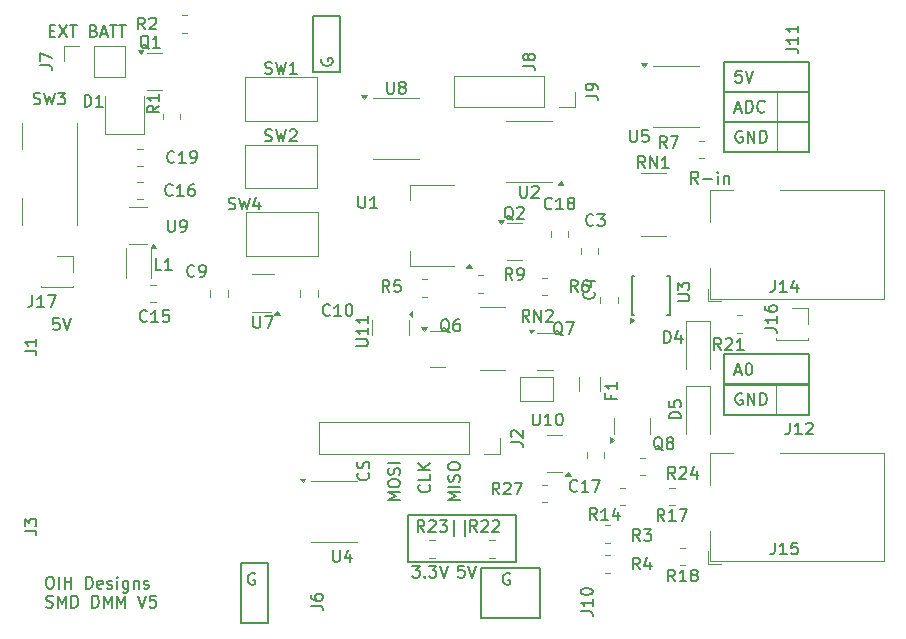
<source format=gbr>
%TF.GenerationSoftware,KiCad,Pcbnew,9.0.3*%
%TF.CreationDate,2025-08-02T21:51:47-05:00*%
%TF.ProjectId,DMM_KiCAD_V3_next KiCAD9,444d4d5f-4b69-4434-9144-5f56335f6e65,rev?*%
%TF.SameCoordinates,Original*%
%TF.FileFunction,Legend,Top*%
%TF.FilePolarity,Positive*%
%FSLAX46Y46*%
G04 Gerber Fmt 4.6, Leading zero omitted, Abs format (unit mm)*
G04 Created by KiCad (PCBNEW 9.0.3) date 2025-08-02 21:51:47*
%MOMM*%
%LPD*%
G01*
G04 APERTURE LIST*
%ADD10C,0.150000*%
%ADD11C,0.120000*%
G04 APERTURE END LIST*
D10*
X138430000Y-78105000D02*
X145585000Y-78105000D01*
X145585000Y-80705000D01*
X138430000Y-80705000D01*
X138430000Y-78105000D01*
X111597402Y-91752692D02*
X120786111Y-91752692D01*
X120786111Y-95683458D01*
X111597402Y-95683458D01*
X111597402Y-91752692D01*
X103567758Y-49467044D02*
X105918550Y-49467044D01*
X105918550Y-54201136D01*
X103567758Y-54201136D01*
X103567758Y-49467044D01*
X138430000Y-80645000D02*
X145585000Y-80645000D01*
X145585000Y-83245000D01*
X138430000Y-83245000D01*
X138430000Y-80645000D01*
X117800432Y-96176612D02*
X122849754Y-96176612D01*
X122849754Y-100441120D01*
X117800432Y-100441120D01*
X117800432Y-96176612D01*
X97477467Y-95788603D02*
X99825034Y-95788603D01*
X99825034Y-100861810D01*
X97477467Y-100861810D01*
X97477467Y-95788603D01*
X138430000Y-53340000D02*
X145585000Y-53340000D01*
X145585000Y-55940000D01*
X138430000Y-55940000D01*
X138430000Y-53340000D01*
X138430000Y-55880000D02*
X145585000Y-55880000D01*
X145585000Y-58480000D01*
X138430000Y-58480000D01*
X138430000Y-55880000D01*
X138430000Y-58420000D02*
X145585000Y-58420000D01*
X145585000Y-61020000D01*
X138430000Y-61020000D01*
X138430000Y-58420000D01*
X108247324Y-88169996D02*
X108294944Y-88217615D01*
X108294944Y-88217615D02*
X108342563Y-88360472D01*
X108342563Y-88360472D02*
X108342563Y-88455710D01*
X108342563Y-88455710D02*
X108294944Y-88598567D01*
X108294944Y-88598567D02*
X108199705Y-88693805D01*
X108199705Y-88693805D02*
X108104467Y-88741424D01*
X108104467Y-88741424D02*
X107913991Y-88789043D01*
X107913991Y-88789043D02*
X107771134Y-88789043D01*
X107771134Y-88789043D02*
X107580658Y-88741424D01*
X107580658Y-88741424D02*
X107485420Y-88693805D01*
X107485420Y-88693805D02*
X107390182Y-88598567D01*
X107390182Y-88598567D02*
X107342563Y-88455710D01*
X107342563Y-88455710D02*
X107342563Y-88360472D01*
X107342563Y-88360472D02*
X107390182Y-88217615D01*
X107390182Y-88217615D02*
X107437801Y-88169996D01*
X108294944Y-87789043D02*
X108342563Y-87646186D01*
X108342563Y-87646186D02*
X108342563Y-87408091D01*
X108342563Y-87408091D02*
X108294944Y-87312853D01*
X108294944Y-87312853D02*
X108247324Y-87265234D01*
X108247324Y-87265234D02*
X108152086Y-87217615D01*
X108152086Y-87217615D02*
X108056848Y-87217615D01*
X108056848Y-87217615D02*
X107961610Y-87265234D01*
X107961610Y-87265234D02*
X107913991Y-87312853D01*
X107913991Y-87312853D02*
X107866372Y-87408091D01*
X107866372Y-87408091D02*
X107818753Y-87598567D01*
X107818753Y-87598567D02*
X107771134Y-87693805D01*
X107771134Y-87693805D02*
X107723515Y-87741424D01*
X107723515Y-87741424D02*
X107628277Y-87789043D01*
X107628277Y-87789043D02*
X107533039Y-87789043D01*
X107533039Y-87789043D02*
X107437801Y-87741424D01*
X107437801Y-87741424D02*
X107390182Y-87693805D01*
X107390182Y-87693805D02*
X107342563Y-87598567D01*
X107342563Y-87598567D02*
X107342563Y-87360472D01*
X107342563Y-87360472D02*
X107390182Y-87217615D01*
X139354160Y-57369104D02*
X139830350Y-57369104D01*
X139258922Y-57654819D02*
X139592255Y-56654819D01*
X139592255Y-56654819D02*
X139925588Y-57654819D01*
X140258922Y-57654819D02*
X140258922Y-56654819D01*
X140258922Y-56654819D02*
X140497017Y-56654819D01*
X140497017Y-56654819D02*
X140639874Y-56702438D01*
X140639874Y-56702438D02*
X140735112Y-56797676D01*
X140735112Y-56797676D02*
X140782731Y-56892914D01*
X140782731Y-56892914D02*
X140830350Y-57083390D01*
X140830350Y-57083390D02*
X140830350Y-57226247D01*
X140830350Y-57226247D02*
X140782731Y-57416723D01*
X140782731Y-57416723D02*
X140735112Y-57511961D01*
X140735112Y-57511961D02*
X140639874Y-57607200D01*
X140639874Y-57607200D02*
X140497017Y-57654819D01*
X140497017Y-57654819D02*
X140258922Y-57654819D01*
X141830350Y-57559580D02*
X141782731Y-57607200D01*
X141782731Y-57607200D02*
X141639874Y-57654819D01*
X141639874Y-57654819D02*
X141544636Y-57654819D01*
X141544636Y-57654819D02*
X141401779Y-57607200D01*
X141401779Y-57607200D02*
X141306541Y-57511961D01*
X141306541Y-57511961D02*
X141258922Y-57416723D01*
X141258922Y-57416723D02*
X141211303Y-57226247D01*
X141211303Y-57226247D02*
X141211303Y-57083390D01*
X141211303Y-57083390D02*
X141258922Y-56892914D01*
X141258922Y-56892914D02*
X141306541Y-56797676D01*
X141306541Y-56797676D02*
X141401779Y-56702438D01*
X141401779Y-56702438D02*
X141544636Y-56654819D01*
X141544636Y-56654819D02*
X141639874Y-56654819D01*
X141639874Y-56654819D02*
X141782731Y-56702438D01*
X141782731Y-56702438D02*
X141830350Y-56750057D01*
X98650588Y-96707438D02*
X98555350Y-96659819D01*
X98555350Y-96659819D02*
X98412493Y-96659819D01*
X98412493Y-96659819D02*
X98269636Y-96707438D01*
X98269636Y-96707438D02*
X98174398Y-96802676D01*
X98174398Y-96802676D02*
X98126779Y-96897914D01*
X98126779Y-96897914D02*
X98079160Y-97088390D01*
X98079160Y-97088390D02*
X98079160Y-97231247D01*
X98079160Y-97231247D02*
X98126779Y-97421723D01*
X98126779Y-97421723D02*
X98174398Y-97516961D01*
X98174398Y-97516961D02*
X98269636Y-97612200D01*
X98269636Y-97612200D02*
X98412493Y-97659819D01*
X98412493Y-97659819D02*
X98507731Y-97659819D01*
X98507731Y-97659819D02*
X98650588Y-97612200D01*
X98650588Y-97612200D02*
X98698207Y-97564580D01*
X98698207Y-97564580D02*
X98698207Y-97231247D01*
X98698207Y-97231247D02*
X98507731Y-97231247D01*
X82092969Y-75069819D02*
X81616779Y-75069819D01*
X81616779Y-75069819D02*
X81569160Y-75546009D01*
X81569160Y-75546009D02*
X81616779Y-75498390D01*
X81616779Y-75498390D02*
X81712017Y-75450771D01*
X81712017Y-75450771D02*
X81950112Y-75450771D01*
X81950112Y-75450771D02*
X82045350Y-75498390D01*
X82045350Y-75498390D02*
X82092969Y-75546009D01*
X82092969Y-75546009D02*
X82140588Y-75641247D01*
X82140588Y-75641247D02*
X82140588Y-75879342D01*
X82140588Y-75879342D02*
X82092969Y-75974580D01*
X82092969Y-75974580D02*
X82045350Y-76022200D01*
X82045350Y-76022200D02*
X81950112Y-76069819D01*
X81950112Y-76069819D02*
X81712017Y-76069819D01*
X81712017Y-76069819D02*
X81616779Y-76022200D01*
X81616779Y-76022200D02*
X81569160Y-75974580D01*
X82426303Y-75069819D02*
X82759636Y-76069819D01*
X82759636Y-76069819D02*
X83092969Y-75069819D01*
X115509874Y-93548152D02*
X115509874Y-92119580D01*
X116462255Y-93548152D02*
X116462255Y-92119580D01*
X104327438Y-53114411D02*
X104279819Y-53209649D01*
X104279819Y-53209649D02*
X104279819Y-53352506D01*
X104279819Y-53352506D02*
X104327438Y-53495363D01*
X104327438Y-53495363D02*
X104422676Y-53590601D01*
X104422676Y-53590601D02*
X104517914Y-53638220D01*
X104517914Y-53638220D02*
X104708390Y-53685839D01*
X104708390Y-53685839D02*
X104851247Y-53685839D01*
X104851247Y-53685839D02*
X105041723Y-53638220D01*
X105041723Y-53638220D02*
X105136961Y-53590601D01*
X105136961Y-53590601D02*
X105232200Y-53495363D01*
X105232200Y-53495363D02*
X105279819Y-53352506D01*
X105279819Y-53352506D02*
X105279819Y-53257268D01*
X105279819Y-53257268D02*
X105232200Y-53114411D01*
X105232200Y-53114411D02*
X105184580Y-53066792D01*
X105184580Y-53066792D02*
X104851247Y-53066792D01*
X104851247Y-53066792D02*
X104851247Y-53257268D01*
X136208207Y-63669819D02*
X135874874Y-63193628D01*
X135636779Y-63669819D02*
X135636779Y-62669819D01*
X135636779Y-62669819D02*
X136017731Y-62669819D01*
X136017731Y-62669819D02*
X136112969Y-62717438D01*
X136112969Y-62717438D02*
X136160588Y-62765057D01*
X136160588Y-62765057D02*
X136208207Y-62860295D01*
X136208207Y-62860295D02*
X136208207Y-63003152D01*
X136208207Y-63003152D02*
X136160588Y-63098390D01*
X136160588Y-63098390D02*
X136112969Y-63146009D01*
X136112969Y-63146009D02*
X136017731Y-63193628D01*
X136017731Y-63193628D02*
X135636779Y-63193628D01*
X136636779Y-63288866D02*
X137398684Y-63288866D01*
X137874874Y-63669819D02*
X137874874Y-63003152D01*
X137874874Y-62669819D02*
X137827255Y-62717438D01*
X137827255Y-62717438D02*
X137874874Y-62765057D01*
X137874874Y-62765057D02*
X137922493Y-62717438D01*
X137922493Y-62717438D02*
X137874874Y-62669819D01*
X137874874Y-62669819D02*
X137874874Y-62765057D01*
X138351064Y-63003152D02*
X138351064Y-63669819D01*
X138351064Y-63098390D02*
X138398683Y-63050771D01*
X138398683Y-63050771D02*
X138493921Y-63003152D01*
X138493921Y-63003152D02*
X138636778Y-63003152D01*
X138636778Y-63003152D02*
X138732016Y-63050771D01*
X138732016Y-63050771D02*
X138779635Y-63146009D01*
X138779635Y-63146009D02*
X138779635Y-63669819D01*
X139877969Y-54114819D02*
X139401779Y-54114819D01*
X139401779Y-54114819D02*
X139354160Y-54591009D01*
X139354160Y-54591009D02*
X139401779Y-54543390D01*
X139401779Y-54543390D02*
X139497017Y-54495771D01*
X139497017Y-54495771D02*
X139735112Y-54495771D01*
X139735112Y-54495771D02*
X139830350Y-54543390D01*
X139830350Y-54543390D02*
X139877969Y-54591009D01*
X139877969Y-54591009D02*
X139925588Y-54686247D01*
X139925588Y-54686247D02*
X139925588Y-54924342D01*
X139925588Y-54924342D02*
X139877969Y-55019580D01*
X139877969Y-55019580D02*
X139830350Y-55067200D01*
X139830350Y-55067200D02*
X139735112Y-55114819D01*
X139735112Y-55114819D02*
X139497017Y-55114819D01*
X139497017Y-55114819D02*
X139401779Y-55067200D01*
X139401779Y-55067200D02*
X139354160Y-55019580D01*
X140211303Y-54114819D02*
X140544636Y-55114819D01*
X140544636Y-55114819D02*
X140877969Y-54114819D01*
X113428513Y-89171709D02*
X113476133Y-89219328D01*
X113476133Y-89219328D02*
X113523752Y-89362185D01*
X113523752Y-89362185D02*
X113523752Y-89457423D01*
X113523752Y-89457423D02*
X113476133Y-89600280D01*
X113476133Y-89600280D02*
X113380894Y-89695518D01*
X113380894Y-89695518D02*
X113285656Y-89743137D01*
X113285656Y-89743137D02*
X113095180Y-89790756D01*
X113095180Y-89790756D02*
X112952323Y-89790756D01*
X112952323Y-89790756D02*
X112761847Y-89743137D01*
X112761847Y-89743137D02*
X112666609Y-89695518D01*
X112666609Y-89695518D02*
X112571371Y-89600280D01*
X112571371Y-89600280D02*
X112523752Y-89457423D01*
X112523752Y-89457423D02*
X112523752Y-89362185D01*
X112523752Y-89362185D02*
X112571371Y-89219328D01*
X112571371Y-89219328D02*
X112618990Y-89171709D01*
X113523752Y-88266947D02*
X113523752Y-88743137D01*
X113523752Y-88743137D02*
X112523752Y-88743137D01*
X113523752Y-87933613D02*
X112523752Y-87933613D01*
X113523752Y-87362185D02*
X112952323Y-87790756D01*
X112523752Y-87362185D02*
X113095180Y-87933613D01*
X139925588Y-81467438D02*
X139830350Y-81419819D01*
X139830350Y-81419819D02*
X139687493Y-81419819D01*
X139687493Y-81419819D02*
X139544636Y-81467438D01*
X139544636Y-81467438D02*
X139449398Y-81562676D01*
X139449398Y-81562676D02*
X139401779Y-81657914D01*
X139401779Y-81657914D02*
X139354160Y-81848390D01*
X139354160Y-81848390D02*
X139354160Y-81991247D01*
X139354160Y-81991247D02*
X139401779Y-82181723D01*
X139401779Y-82181723D02*
X139449398Y-82276961D01*
X139449398Y-82276961D02*
X139544636Y-82372200D01*
X139544636Y-82372200D02*
X139687493Y-82419819D01*
X139687493Y-82419819D02*
X139782731Y-82419819D01*
X139782731Y-82419819D02*
X139925588Y-82372200D01*
X139925588Y-82372200D02*
X139973207Y-82324580D01*
X139973207Y-82324580D02*
X139973207Y-81991247D01*
X139973207Y-81991247D02*
X139782731Y-81991247D01*
X140401779Y-82419819D02*
X140401779Y-81419819D01*
X140401779Y-81419819D02*
X140973207Y-82419819D01*
X140973207Y-82419819D02*
X140973207Y-81419819D01*
X141449398Y-82419819D02*
X141449398Y-81419819D01*
X141449398Y-81419819D02*
X141687493Y-81419819D01*
X141687493Y-81419819D02*
X141830350Y-81467438D01*
X141830350Y-81467438D02*
X141925588Y-81562676D01*
X141925588Y-81562676D02*
X141973207Y-81657914D01*
X141973207Y-81657914D02*
X142020826Y-81848390D01*
X142020826Y-81848390D02*
X142020826Y-81991247D01*
X142020826Y-81991247D02*
X141973207Y-82181723D01*
X141973207Y-82181723D02*
X141925588Y-82276961D01*
X141925588Y-82276961D02*
X141830350Y-82372200D01*
X141830350Y-82372200D02*
X141687493Y-82419819D01*
X141687493Y-82419819D02*
X141449398Y-82419819D01*
X110944819Y-90471427D02*
X109944819Y-90471427D01*
X109944819Y-90471427D02*
X110659104Y-90138094D01*
X110659104Y-90138094D02*
X109944819Y-89804761D01*
X109944819Y-89804761D02*
X110944819Y-89804761D01*
X109944819Y-89138094D02*
X109944819Y-88947618D01*
X109944819Y-88947618D02*
X109992438Y-88852380D01*
X109992438Y-88852380D02*
X110087676Y-88757142D01*
X110087676Y-88757142D02*
X110278152Y-88709523D01*
X110278152Y-88709523D02*
X110611485Y-88709523D01*
X110611485Y-88709523D02*
X110801961Y-88757142D01*
X110801961Y-88757142D02*
X110897200Y-88852380D01*
X110897200Y-88852380D02*
X110944819Y-88947618D01*
X110944819Y-88947618D02*
X110944819Y-89138094D01*
X110944819Y-89138094D02*
X110897200Y-89233332D01*
X110897200Y-89233332D02*
X110801961Y-89328570D01*
X110801961Y-89328570D02*
X110611485Y-89376189D01*
X110611485Y-89376189D02*
X110278152Y-89376189D01*
X110278152Y-89376189D02*
X110087676Y-89328570D01*
X110087676Y-89328570D02*
X109992438Y-89233332D01*
X109992438Y-89233332D02*
X109944819Y-89138094D01*
X110897200Y-88328570D02*
X110944819Y-88185713D01*
X110944819Y-88185713D02*
X110944819Y-87947618D01*
X110944819Y-87947618D02*
X110897200Y-87852380D01*
X110897200Y-87852380D02*
X110849580Y-87804761D01*
X110849580Y-87804761D02*
X110754342Y-87757142D01*
X110754342Y-87757142D02*
X110659104Y-87757142D01*
X110659104Y-87757142D02*
X110563866Y-87804761D01*
X110563866Y-87804761D02*
X110516247Y-87852380D01*
X110516247Y-87852380D02*
X110468628Y-87947618D01*
X110468628Y-87947618D02*
X110421009Y-88138094D01*
X110421009Y-88138094D02*
X110373390Y-88233332D01*
X110373390Y-88233332D02*
X110325771Y-88280951D01*
X110325771Y-88280951D02*
X110230533Y-88328570D01*
X110230533Y-88328570D02*
X110135295Y-88328570D01*
X110135295Y-88328570D02*
X110040057Y-88280951D01*
X110040057Y-88280951D02*
X109992438Y-88233332D01*
X109992438Y-88233332D02*
X109944819Y-88138094D01*
X109944819Y-88138094D02*
X109944819Y-87899999D01*
X109944819Y-87899999D02*
X109992438Y-87757142D01*
X110944819Y-87328570D02*
X109944819Y-87328570D01*
X120240588Y-96707438D02*
X120145350Y-96659819D01*
X120145350Y-96659819D02*
X120002493Y-96659819D01*
X120002493Y-96659819D02*
X119859636Y-96707438D01*
X119859636Y-96707438D02*
X119764398Y-96802676D01*
X119764398Y-96802676D02*
X119716779Y-96897914D01*
X119716779Y-96897914D02*
X119669160Y-97088390D01*
X119669160Y-97088390D02*
X119669160Y-97231247D01*
X119669160Y-97231247D02*
X119716779Y-97421723D01*
X119716779Y-97421723D02*
X119764398Y-97516961D01*
X119764398Y-97516961D02*
X119859636Y-97612200D01*
X119859636Y-97612200D02*
X120002493Y-97659819D01*
X120002493Y-97659819D02*
X120097731Y-97659819D01*
X120097731Y-97659819D02*
X120240588Y-97612200D01*
X120240588Y-97612200D02*
X120288207Y-97564580D01*
X120288207Y-97564580D02*
X120288207Y-97231247D01*
X120288207Y-97231247D02*
X120097731Y-97231247D01*
X139354160Y-79594104D02*
X139830350Y-79594104D01*
X139258922Y-79879819D02*
X139592255Y-78879819D01*
X139592255Y-78879819D02*
X139925588Y-79879819D01*
X140449398Y-78879819D02*
X140544636Y-78879819D01*
X140544636Y-78879819D02*
X140639874Y-78927438D01*
X140639874Y-78927438D02*
X140687493Y-78975057D01*
X140687493Y-78975057D02*
X140735112Y-79070295D01*
X140735112Y-79070295D02*
X140782731Y-79260771D01*
X140782731Y-79260771D02*
X140782731Y-79498866D01*
X140782731Y-79498866D02*
X140735112Y-79689342D01*
X140735112Y-79689342D02*
X140687493Y-79784580D01*
X140687493Y-79784580D02*
X140639874Y-79832200D01*
X140639874Y-79832200D02*
X140544636Y-79879819D01*
X140544636Y-79879819D02*
X140449398Y-79879819D01*
X140449398Y-79879819D02*
X140354160Y-79832200D01*
X140354160Y-79832200D02*
X140306541Y-79784580D01*
X140306541Y-79784580D02*
X140258922Y-79689342D01*
X140258922Y-79689342D02*
X140211303Y-79498866D01*
X140211303Y-79498866D02*
X140211303Y-79260771D01*
X140211303Y-79260771D02*
X140258922Y-79070295D01*
X140258922Y-79070295D02*
X140306541Y-78975057D01*
X140306541Y-78975057D02*
X140354160Y-78927438D01*
X140354160Y-78927438D02*
X140449398Y-78879819D01*
X112001541Y-96024819D02*
X112620588Y-96024819D01*
X112620588Y-96024819D02*
X112287255Y-96405771D01*
X112287255Y-96405771D02*
X112430112Y-96405771D01*
X112430112Y-96405771D02*
X112525350Y-96453390D01*
X112525350Y-96453390D02*
X112572969Y-96501009D01*
X112572969Y-96501009D02*
X112620588Y-96596247D01*
X112620588Y-96596247D02*
X112620588Y-96834342D01*
X112620588Y-96834342D02*
X112572969Y-96929580D01*
X112572969Y-96929580D02*
X112525350Y-96977200D01*
X112525350Y-96977200D02*
X112430112Y-97024819D01*
X112430112Y-97024819D02*
X112144398Y-97024819D01*
X112144398Y-97024819D02*
X112049160Y-96977200D01*
X112049160Y-96977200D02*
X112001541Y-96929580D01*
X113049160Y-96929580D02*
X113096779Y-96977200D01*
X113096779Y-96977200D02*
X113049160Y-97024819D01*
X113049160Y-97024819D02*
X113001541Y-96977200D01*
X113001541Y-96977200D02*
X113049160Y-96929580D01*
X113049160Y-96929580D02*
X113049160Y-97024819D01*
X113430112Y-96024819D02*
X114049159Y-96024819D01*
X114049159Y-96024819D02*
X113715826Y-96405771D01*
X113715826Y-96405771D02*
X113858683Y-96405771D01*
X113858683Y-96405771D02*
X113953921Y-96453390D01*
X113953921Y-96453390D02*
X114001540Y-96501009D01*
X114001540Y-96501009D02*
X114049159Y-96596247D01*
X114049159Y-96596247D02*
X114049159Y-96834342D01*
X114049159Y-96834342D02*
X114001540Y-96929580D01*
X114001540Y-96929580D02*
X113953921Y-96977200D01*
X113953921Y-96977200D02*
X113858683Y-97024819D01*
X113858683Y-97024819D02*
X113572969Y-97024819D01*
X113572969Y-97024819D02*
X113477731Y-96977200D01*
X113477731Y-96977200D02*
X113430112Y-96929580D01*
X114334874Y-96024819D02*
X114668207Y-97024819D01*
X114668207Y-97024819D02*
X115001540Y-96024819D01*
X116024819Y-90471427D02*
X115024819Y-90471427D01*
X115024819Y-90471427D02*
X115739104Y-90138094D01*
X115739104Y-90138094D02*
X115024819Y-89804761D01*
X115024819Y-89804761D02*
X116024819Y-89804761D01*
X116024819Y-89328570D02*
X115024819Y-89328570D01*
X115977200Y-88899999D02*
X116024819Y-88757142D01*
X116024819Y-88757142D02*
X116024819Y-88519047D01*
X116024819Y-88519047D02*
X115977200Y-88423809D01*
X115977200Y-88423809D02*
X115929580Y-88376190D01*
X115929580Y-88376190D02*
X115834342Y-88328571D01*
X115834342Y-88328571D02*
X115739104Y-88328571D01*
X115739104Y-88328571D02*
X115643866Y-88376190D01*
X115643866Y-88376190D02*
X115596247Y-88423809D01*
X115596247Y-88423809D02*
X115548628Y-88519047D01*
X115548628Y-88519047D02*
X115501009Y-88709523D01*
X115501009Y-88709523D02*
X115453390Y-88804761D01*
X115453390Y-88804761D02*
X115405771Y-88852380D01*
X115405771Y-88852380D02*
X115310533Y-88899999D01*
X115310533Y-88899999D02*
X115215295Y-88899999D01*
X115215295Y-88899999D02*
X115120057Y-88852380D01*
X115120057Y-88852380D02*
X115072438Y-88804761D01*
X115072438Y-88804761D02*
X115024819Y-88709523D01*
X115024819Y-88709523D02*
X115024819Y-88471428D01*
X115024819Y-88471428D02*
X115072438Y-88328571D01*
X115024819Y-87709523D02*
X115024819Y-87519047D01*
X115024819Y-87519047D02*
X115072438Y-87423809D01*
X115072438Y-87423809D02*
X115167676Y-87328571D01*
X115167676Y-87328571D02*
X115358152Y-87280952D01*
X115358152Y-87280952D02*
X115691485Y-87280952D01*
X115691485Y-87280952D02*
X115881961Y-87328571D01*
X115881961Y-87328571D02*
X115977200Y-87423809D01*
X115977200Y-87423809D02*
X116024819Y-87519047D01*
X116024819Y-87519047D02*
X116024819Y-87709523D01*
X116024819Y-87709523D02*
X115977200Y-87804761D01*
X115977200Y-87804761D02*
X115881961Y-87899999D01*
X115881961Y-87899999D02*
X115691485Y-87947618D01*
X115691485Y-87947618D02*
X115358152Y-87947618D01*
X115358152Y-87947618D02*
X115167676Y-87899999D01*
X115167676Y-87899999D02*
X115072438Y-87804761D01*
X115072438Y-87804761D02*
X115024819Y-87709523D01*
X81312142Y-50731009D02*
X81645475Y-50731009D01*
X81788332Y-51254819D02*
X81312142Y-51254819D01*
X81312142Y-51254819D02*
X81312142Y-50254819D01*
X81312142Y-50254819D02*
X81788332Y-50254819D01*
X82121666Y-50254819D02*
X82788332Y-51254819D01*
X82788332Y-50254819D02*
X82121666Y-51254819D01*
X83026428Y-50254819D02*
X83597856Y-50254819D01*
X83312142Y-51254819D02*
X83312142Y-50254819D01*
X85026428Y-50731009D02*
X85169285Y-50778628D01*
X85169285Y-50778628D02*
X85216904Y-50826247D01*
X85216904Y-50826247D02*
X85264523Y-50921485D01*
X85264523Y-50921485D02*
X85264523Y-51064342D01*
X85264523Y-51064342D02*
X85216904Y-51159580D01*
X85216904Y-51159580D02*
X85169285Y-51207200D01*
X85169285Y-51207200D02*
X85074047Y-51254819D01*
X85074047Y-51254819D02*
X84693095Y-51254819D01*
X84693095Y-51254819D02*
X84693095Y-50254819D01*
X84693095Y-50254819D02*
X85026428Y-50254819D01*
X85026428Y-50254819D02*
X85121666Y-50302438D01*
X85121666Y-50302438D02*
X85169285Y-50350057D01*
X85169285Y-50350057D02*
X85216904Y-50445295D01*
X85216904Y-50445295D02*
X85216904Y-50540533D01*
X85216904Y-50540533D02*
X85169285Y-50635771D01*
X85169285Y-50635771D02*
X85121666Y-50683390D01*
X85121666Y-50683390D02*
X85026428Y-50731009D01*
X85026428Y-50731009D02*
X84693095Y-50731009D01*
X85645476Y-50969104D02*
X86121666Y-50969104D01*
X85550238Y-51254819D02*
X85883571Y-50254819D01*
X85883571Y-50254819D02*
X86216904Y-51254819D01*
X86407381Y-50254819D02*
X86978809Y-50254819D01*
X86693095Y-51254819D02*
X86693095Y-50254819D01*
X87169286Y-50254819D02*
X87740714Y-50254819D01*
X87455000Y-51254819D02*
X87455000Y-50254819D01*
X139925588Y-59242438D02*
X139830350Y-59194819D01*
X139830350Y-59194819D02*
X139687493Y-59194819D01*
X139687493Y-59194819D02*
X139544636Y-59242438D01*
X139544636Y-59242438D02*
X139449398Y-59337676D01*
X139449398Y-59337676D02*
X139401779Y-59432914D01*
X139401779Y-59432914D02*
X139354160Y-59623390D01*
X139354160Y-59623390D02*
X139354160Y-59766247D01*
X139354160Y-59766247D02*
X139401779Y-59956723D01*
X139401779Y-59956723D02*
X139449398Y-60051961D01*
X139449398Y-60051961D02*
X139544636Y-60147200D01*
X139544636Y-60147200D02*
X139687493Y-60194819D01*
X139687493Y-60194819D02*
X139782731Y-60194819D01*
X139782731Y-60194819D02*
X139925588Y-60147200D01*
X139925588Y-60147200D02*
X139973207Y-60099580D01*
X139973207Y-60099580D02*
X139973207Y-59766247D01*
X139973207Y-59766247D02*
X139782731Y-59766247D01*
X140401779Y-60194819D02*
X140401779Y-59194819D01*
X140401779Y-59194819D02*
X140973207Y-60194819D01*
X140973207Y-60194819D02*
X140973207Y-59194819D01*
X141449398Y-60194819D02*
X141449398Y-59194819D01*
X141449398Y-59194819D02*
X141687493Y-59194819D01*
X141687493Y-59194819D02*
X141830350Y-59242438D01*
X141830350Y-59242438D02*
X141925588Y-59337676D01*
X141925588Y-59337676D02*
X141973207Y-59432914D01*
X141973207Y-59432914D02*
X142020826Y-59623390D01*
X142020826Y-59623390D02*
X142020826Y-59766247D01*
X142020826Y-59766247D02*
X141973207Y-59956723D01*
X141973207Y-59956723D02*
X141925588Y-60051961D01*
X141925588Y-60051961D02*
X141830350Y-60147200D01*
X141830350Y-60147200D02*
X141687493Y-60194819D01*
X141687493Y-60194819D02*
X141449398Y-60194819D01*
X116382969Y-96024819D02*
X115906779Y-96024819D01*
X115906779Y-96024819D02*
X115859160Y-96501009D01*
X115859160Y-96501009D02*
X115906779Y-96453390D01*
X115906779Y-96453390D02*
X116002017Y-96405771D01*
X116002017Y-96405771D02*
X116240112Y-96405771D01*
X116240112Y-96405771D02*
X116335350Y-96453390D01*
X116335350Y-96453390D02*
X116382969Y-96501009D01*
X116382969Y-96501009D02*
X116430588Y-96596247D01*
X116430588Y-96596247D02*
X116430588Y-96834342D01*
X116430588Y-96834342D02*
X116382969Y-96929580D01*
X116382969Y-96929580D02*
X116335350Y-96977200D01*
X116335350Y-96977200D02*
X116240112Y-97024819D01*
X116240112Y-97024819D02*
X116002017Y-97024819D01*
X116002017Y-97024819D02*
X115906779Y-96977200D01*
X115906779Y-96977200D02*
X115859160Y-96929580D01*
X116716303Y-96024819D02*
X117049636Y-97024819D01*
X117049636Y-97024819D02*
X117382969Y-96024819D01*
X81227255Y-96959875D02*
X81417731Y-96959875D01*
X81417731Y-96959875D02*
X81512969Y-97007494D01*
X81512969Y-97007494D02*
X81608207Y-97102732D01*
X81608207Y-97102732D02*
X81655826Y-97293208D01*
X81655826Y-97293208D02*
X81655826Y-97626541D01*
X81655826Y-97626541D02*
X81608207Y-97817017D01*
X81608207Y-97817017D02*
X81512969Y-97912256D01*
X81512969Y-97912256D02*
X81417731Y-97959875D01*
X81417731Y-97959875D02*
X81227255Y-97959875D01*
X81227255Y-97959875D02*
X81132017Y-97912256D01*
X81132017Y-97912256D02*
X81036779Y-97817017D01*
X81036779Y-97817017D02*
X80989160Y-97626541D01*
X80989160Y-97626541D02*
X80989160Y-97293208D01*
X80989160Y-97293208D02*
X81036779Y-97102732D01*
X81036779Y-97102732D02*
X81132017Y-97007494D01*
X81132017Y-97007494D02*
X81227255Y-96959875D01*
X82084398Y-97959875D02*
X82084398Y-96959875D01*
X82560588Y-97959875D02*
X82560588Y-96959875D01*
X82560588Y-97436065D02*
X83132016Y-97436065D01*
X83132016Y-97959875D02*
X83132016Y-96959875D01*
X84370112Y-97959875D02*
X84370112Y-96959875D01*
X84370112Y-96959875D02*
X84608207Y-96959875D01*
X84608207Y-96959875D02*
X84751064Y-97007494D01*
X84751064Y-97007494D02*
X84846302Y-97102732D01*
X84846302Y-97102732D02*
X84893921Y-97197970D01*
X84893921Y-97197970D02*
X84941540Y-97388446D01*
X84941540Y-97388446D02*
X84941540Y-97531303D01*
X84941540Y-97531303D02*
X84893921Y-97721779D01*
X84893921Y-97721779D02*
X84846302Y-97817017D01*
X84846302Y-97817017D02*
X84751064Y-97912256D01*
X84751064Y-97912256D02*
X84608207Y-97959875D01*
X84608207Y-97959875D02*
X84370112Y-97959875D01*
X85751064Y-97912256D02*
X85655826Y-97959875D01*
X85655826Y-97959875D02*
X85465350Y-97959875D01*
X85465350Y-97959875D02*
X85370112Y-97912256D01*
X85370112Y-97912256D02*
X85322493Y-97817017D01*
X85322493Y-97817017D02*
X85322493Y-97436065D01*
X85322493Y-97436065D02*
X85370112Y-97340827D01*
X85370112Y-97340827D02*
X85465350Y-97293208D01*
X85465350Y-97293208D02*
X85655826Y-97293208D01*
X85655826Y-97293208D02*
X85751064Y-97340827D01*
X85751064Y-97340827D02*
X85798683Y-97436065D01*
X85798683Y-97436065D02*
X85798683Y-97531303D01*
X85798683Y-97531303D02*
X85322493Y-97626541D01*
X86179636Y-97912256D02*
X86274874Y-97959875D01*
X86274874Y-97959875D02*
X86465350Y-97959875D01*
X86465350Y-97959875D02*
X86560588Y-97912256D01*
X86560588Y-97912256D02*
X86608207Y-97817017D01*
X86608207Y-97817017D02*
X86608207Y-97769398D01*
X86608207Y-97769398D02*
X86560588Y-97674160D01*
X86560588Y-97674160D02*
X86465350Y-97626541D01*
X86465350Y-97626541D02*
X86322493Y-97626541D01*
X86322493Y-97626541D02*
X86227255Y-97578922D01*
X86227255Y-97578922D02*
X86179636Y-97483684D01*
X86179636Y-97483684D02*
X86179636Y-97436065D01*
X86179636Y-97436065D02*
X86227255Y-97340827D01*
X86227255Y-97340827D02*
X86322493Y-97293208D01*
X86322493Y-97293208D02*
X86465350Y-97293208D01*
X86465350Y-97293208D02*
X86560588Y-97340827D01*
X87036779Y-97959875D02*
X87036779Y-97293208D01*
X87036779Y-96959875D02*
X86989160Y-97007494D01*
X86989160Y-97007494D02*
X87036779Y-97055113D01*
X87036779Y-97055113D02*
X87084398Y-97007494D01*
X87084398Y-97007494D02*
X87036779Y-96959875D01*
X87036779Y-96959875D02*
X87036779Y-97055113D01*
X87941540Y-97293208D02*
X87941540Y-98102732D01*
X87941540Y-98102732D02*
X87893921Y-98197970D01*
X87893921Y-98197970D02*
X87846302Y-98245589D01*
X87846302Y-98245589D02*
X87751064Y-98293208D01*
X87751064Y-98293208D02*
X87608207Y-98293208D01*
X87608207Y-98293208D02*
X87512969Y-98245589D01*
X87941540Y-97912256D02*
X87846302Y-97959875D01*
X87846302Y-97959875D02*
X87655826Y-97959875D01*
X87655826Y-97959875D02*
X87560588Y-97912256D01*
X87560588Y-97912256D02*
X87512969Y-97864636D01*
X87512969Y-97864636D02*
X87465350Y-97769398D01*
X87465350Y-97769398D02*
X87465350Y-97483684D01*
X87465350Y-97483684D02*
X87512969Y-97388446D01*
X87512969Y-97388446D02*
X87560588Y-97340827D01*
X87560588Y-97340827D02*
X87655826Y-97293208D01*
X87655826Y-97293208D02*
X87846302Y-97293208D01*
X87846302Y-97293208D02*
X87941540Y-97340827D01*
X88417731Y-97293208D02*
X88417731Y-97959875D01*
X88417731Y-97388446D02*
X88465350Y-97340827D01*
X88465350Y-97340827D02*
X88560588Y-97293208D01*
X88560588Y-97293208D02*
X88703445Y-97293208D01*
X88703445Y-97293208D02*
X88798683Y-97340827D01*
X88798683Y-97340827D02*
X88846302Y-97436065D01*
X88846302Y-97436065D02*
X88846302Y-97959875D01*
X89274874Y-97912256D02*
X89370112Y-97959875D01*
X89370112Y-97959875D02*
X89560588Y-97959875D01*
X89560588Y-97959875D02*
X89655826Y-97912256D01*
X89655826Y-97912256D02*
X89703445Y-97817017D01*
X89703445Y-97817017D02*
X89703445Y-97769398D01*
X89703445Y-97769398D02*
X89655826Y-97674160D01*
X89655826Y-97674160D02*
X89560588Y-97626541D01*
X89560588Y-97626541D02*
X89417731Y-97626541D01*
X89417731Y-97626541D02*
X89322493Y-97578922D01*
X89322493Y-97578922D02*
X89274874Y-97483684D01*
X89274874Y-97483684D02*
X89274874Y-97436065D01*
X89274874Y-97436065D02*
X89322493Y-97340827D01*
X89322493Y-97340827D02*
X89417731Y-97293208D01*
X89417731Y-97293208D02*
X89560588Y-97293208D01*
X89560588Y-97293208D02*
X89655826Y-97340827D01*
X80989160Y-99522200D02*
X81132017Y-99569819D01*
X81132017Y-99569819D02*
X81370112Y-99569819D01*
X81370112Y-99569819D02*
X81465350Y-99522200D01*
X81465350Y-99522200D02*
X81512969Y-99474580D01*
X81512969Y-99474580D02*
X81560588Y-99379342D01*
X81560588Y-99379342D02*
X81560588Y-99284104D01*
X81560588Y-99284104D02*
X81512969Y-99188866D01*
X81512969Y-99188866D02*
X81465350Y-99141247D01*
X81465350Y-99141247D02*
X81370112Y-99093628D01*
X81370112Y-99093628D02*
X81179636Y-99046009D01*
X81179636Y-99046009D02*
X81084398Y-98998390D01*
X81084398Y-98998390D02*
X81036779Y-98950771D01*
X81036779Y-98950771D02*
X80989160Y-98855533D01*
X80989160Y-98855533D02*
X80989160Y-98760295D01*
X80989160Y-98760295D02*
X81036779Y-98665057D01*
X81036779Y-98665057D02*
X81084398Y-98617438D01*
X81084398Y-98617438D02*
X81179636Y-98569819D01*
X81179636Y-98569819D02*
X81417731Y-98569819D01*
X81417731Y-98569819D02*
X81560588Y-98617438D01*
X81989160Y-99569819D02*
X81989160Y-98569819D01*
X81989160Y-98569819D02*
X82322493Y-99284104D01*
X82322493Y-99284104D02*
X82655826Y-98569819D01*
X82655826Y-98569819D02*
X82655826Y-99569819D01*
X83132017Y-99569819D02*
X83132017Y-98569819D01*
X83132017Y-98569819D02*
X83370112Y-98569819D01*
X83370112Y-98569819D02*
X83512969Y-98617438D01*
X83512969Y-98617438D02*
X83608207Y-98712676D01*
X83608207Y-98712676D02*
X83655826Y-98807914D01*
X83655826Y-98807914D02*
X83703445Y-98998390D01*
X83703445Y-98998390D02*
X83703445Y-99141247D01*
X83703445Y-99141247D02*
X83655826Y-99331723D01*
X83655826Y-99331723D02*
X83608207Y-99426961D01*
X83608207Y-99426961D02*
X83512969Y-99522200D01*
X83512969Y-99522200D02*
X83370112Y-99569819D01*
X83370112Y-99569819D02*
X83132017Y-99569819D01*
X84893922Y-99569819D02*
X84893922Y-98569819D01*
X84893922Y-98569819D02*
X85132017Y-98569819D01*
X85132017Y-98569819D02*
X85274874Y-98617438D01*
X85274874Y-98617438D02*
X85370112Y-98712676D01*
X85370112Y-98712676D02*
X85417731Y-98807914D01*
X85417731Y-98807914D02*
X85465350Y-98998390D01*
X85465350Y-98998390D02*
X85465350Y-99141247D01*
X85465350Y-99141247D02*
X85417731Y-99331723D01*
X85417731Y-99331723D02*
X85370112Y-99426961D01*
X85370112Y-99426961D02*
X85274874Y-99522200D01*
X85274874Y-99522200D02*
X85132017Y-99569819D01*
X85132017Y-99569819D02*
X84893922Y-99569819D01*
X85893922Y-99569819D02*
X85893922Y-98569819D01*
X85893922Y-98569819D02*
X86227255Y-99284104D01*
X86227255Y-99284104D02*
X86560588Y-98569819D01*
X86560588Y-98569819D02*
X86560588Y-99569819D01*
X87036779Y-99569819D02*
X87036779Y-98569819D01*
X87036779Y-98569819D02*
X87370112Y-99284104D01*
X87370112Y-99284104D02*
X87703445Y-98569819D01*
X87703445Y-98569819D02*
X87703445Y-99569819D01*
X88798684Y-98569819D02*
X89132017Y-99569819D01*
X89132017Y-99569819D02*
X89465350Y-98569819D01*
X90274874Y-98569819D02*
X89798684Y-98569819D01*
X89798684Y-98569819D02*
X89751065Y-99046009D01*
X89751065Y-99046009D02*
X89798684Y-98998390D01*
X89798684Y-98998390D02*
X89893922Y-98950771D01*
X89893922Y-98950771D02*
X90132017Y-98950771D01*
X90132017Y-98950771D02*
X90227255Y-98998390D01*
X90227255Y-98998390D02*
X90274874Y-99046009D01*
X90274874Y-99046009D02*
X90322493Y-99141247D01*
X90322493Y-99141247D02*
X90322493Y-99379342D01*
X90322493Y-99379342D02*
X90274874Y-99474580D01*
X90274874Y-99474580D02*
X90227255Y-99522200D01*
X90227255Y-99522200D02*
X90132017Y-99569819D01*
X90132017Y-99569819D02*
X89893922Y-99569819D01*
X89893922Y-99569819D02*
X89798684Y-99522200D01*
X89798684Y-99522200D02*
X89751065Y-99474580D01*
X133533333Y-60654819D02*
X133200000Y-60178628D01*
X132961905Y-60654819D02*
X132961905Y-59654819D01*
X132961905Y-59654819D02*
X133342857Y-59654819D01*
X133342857Y-59654819D02*
X133438095Y-59702438D01*
X133438095Y-59702438D02*
X133485714Y-59750057D01*
X133485714Y-59750057D02*
X133533333Y-59845295D01*
X133533333Y-59845295D02*
X133533333Y-59988152D01*
X133533333Y-59988152D02*
X133485714Y-60083390D01*
X133485714Y-60083390D02*
X133438095Y-60131009D01*
X133438095Y-60131009D02*
X133342857Y-60178628D01*
X133342857Y-60178628D02*
X132961905Y-60178628D01*
X133866667Y-59654819D02*
X134533333Y-59654819D01*
X134533333Y-59654819D02*
X134104762Y-60654819D01*
X109863095Y-55059819D02*
X109863095Y-55869342D01*
X109863095Y-55869342D02*
X109910714Y-55964580D01*
X109910714Y-55964580D02*
X109958333Y-56012200D01*
X109958333Y-56012200D02*
X110053571Y-56059819D01*
X110053571Y-56059819D02*
X110244047Y-56059819D01*
X110244047Y-56059819D02*
X110339285Y-56012200D01*
X110339285Y-56012200D02*
X110386904Y-55964580D01*
X110386904Y-55964580D02*
X110434523Y-55869342D01*
X110434523Y-55869342D02*
X110434523Y-55059819D01*
X111053571Y-55488390D02*
X110958333Y-55440771D01*
X110958333Y-55440771D02*
X110910714Y-55393152D01*
X110910714Y-55393152D02*
X110863095Y-55297914D01*
X110863095Y-55297914D02*
X110863095Y-55250295D01*
X110863095Y-55250295D02*
X110910714Y-55155057D01*
X110910714Y-55155057D02*
X110958333Y-55107438D01*
X110958333Y-55107438D02*
X111053571Y-55059819D01*
X111053571Y-55059819D02*
X111244047Y-55059819D01*
X111244047Y-55059819D02*
X111339285Y-55107438D01*
X111339285Y-55107438D02*
X111386904Y-55155057D01*
X111386904Y-55155057D02*
X111434523Y-55250295D01*
X111434523Y-55250295D02*
X111434523Y-55297914D01*
X111434523Y-55297914D02*
X111386904Y-55393152D01*
X111386904Y-55393152D02*
X111339285Y-55440771D01*
X111339285Y-55440771D02*
X111244047Y-55488390D01*
X111244047Y-55488390D02*
X111053571Y-55488390D01*
X111053571Y-55488390D02*
X110958333Y-55536009D01*
X110958333Y-55536009D02*
X110910714Y-55583628D01*
X110910714Y-55583628D02*
X110863095Y-55678866D01*
X110863095Y-55678866D02*
X110863095Y-55869342D01*
X110863095Y-55869342D02*
X110910714Y-55964580D01*
X110910714Y-55964580D02*
X110958333Y-56012200D01*
X110958333Y-56012200D02*
X111053571Y-56059819D01*
X111053571Y-56059819D02*
X111244047Y-56059819D01*
X111244047Y-56059819D02*
X111339285Y-56012200D01*
X111339285Y-56012200D02*
X111386904Y-55964580D01*
X111386904Y-55964580D02*
X111434523Y-55869342D01*
X111434523Y-55869342D02*
X111434523Y-55678866D01*
X111434523Y-55678866D02*
X111386904Y-55583628D01*
X111386904Y-55583628D02*
X111339285Y-55536009D01*
X111339285Y-55536009D02*
X111244047Y-55488390D01*
X90765333Y-71000819D02*
X90289143Y-71000819D01*
X90289143Y-71000819D02*
X90289143Y-70000819D01*
X91622476Y-71000819D02*
X91051048Y-71000819D01*
X91336762Y-71000819D02*
X91336762Y-70000819D01*
X91336762Y-70000819D02*
X91241524Y-70143676D01*
X91241524Y-70143676D02*
X91146286Y-70238914D01*
X91146286Y-70238914D02*
X91051048Y-70286533D01*
X99541667Y-54322200D02*
X99684524Y-54369819D01*
X99684524Y-54369819D02*
X99922619Y-54369819D01*
X99922619Y-54369819D02*
X100017857Y-54322200D01*
X100017857Y-54322200D02*
X100065476Y-54274580D01*
X100065476Y-54274580D02*
X100113095Y-54179342D01*
X100113095Y-54179342D02*
X100113095Y-54084104D01*
X100113095Y-54084104D02*
X100065476Y-53988866D01*
X100065476Y-53988866D02*
X100017857Y-53941247D01*
X100017857Y-53941247D02*
X99922619Y-53893628D01*
X99922619Y-53893628D02*
X99732143Y-53846009D01*
X99732143Y-53846009D02*
X99636905Y-53798390D01*
X99636905Y-53798390D02*
X99589286Y-53750771D01*
X99589286Y-53750771D02*
X99541667Y-53655533D01*
X99541667Y-53655533D02*
X99541667Y-53560295D01*
X99541667Y-53560295D02*
X99589286Y-53465057D01*
X99589286Y-53465057D02*
X99636905Y-53417438D01*
X99636905Y-53417438D02*
X99732143Y-53369819D01*
X99732143Y-53369819D02*
X99970238Y-53369819D01*
X99970238Y-53369819D02*
X100113095Y-53417438D01*
X100446429Y-53369819D02*
X100684524Y-54369819D01*
X100684524Y-54369819D02*
X100875000Y-53655533D01*
X100875000Y-53655533D02*
X101065476Y-54369819D01*
X101065476Y-54369819D02*
X101303572Y-53369819D01*
X102208333Y-54369819D02*
X101636905Y-54369819D01*
X101922619Y-54369819D02*
X101922619Y-53369819D01*
X101922619Y-53369819D02*
X101827381Y-53512676D01*
X101827381Y-53512676D02*
X101732143Y-53607914D01*
X101732143Y-53607914D02*
X101636905Y-53655533D01*
X99541667Y-60037200D02*
X99684524Y-60084819D01*
X99684524Y-60084819D02*
X99922619Y-60084819D01*
X99922619Y-60084819D02*
X100017857Y-60037200D01*
X100017857Y-60037200D02*
X100065476Y-59989580D01*
X100065476Y-59989580D02*
X100113095Y-59894342D01*
X100113095Y-59894342D02*
X100113095Y-59799104D01*
X100113095Y-59799104D02*
X100065476Y-59703866D01*
X100065476Y-59703866D02*
X100017857Y-59656247D01*
X100017857Y-59656247D02*
X99922619Y-59608628D01*
X99922619Y-59608628D02*
X99732143Y-59561009D01*
X99732143Y-59561009D02*
X99636905Y-59513390D01*
X99636905Y-59513390D02*
X99589286Y-59465771D01*
X99589286Y-59465771D02*
X99541667Y-59370533D01*
X99541667Y-59370533D02*
X99541667Y-59275295D01*
X99541667Y-59275295D02*
X99589286Y-59180057D01*
X99589286Y-59180057D02*
X99636905Y-59132438D01*
X99636905Y-59132438D02*
X99732143Y-59084819D01*
X99732143Y-59084819D02*
X99970238Y-59084819D01*
X99970238Y-59084819D02*
X100113095Y-59132438D01*
X100446429Y-59084819D02*
X100684524Y-60084819D01*
X100684524Y-60084819D02*
X100875000Y-59370533D01*
X100875000Y-59370533D02*
X101065476Y-60084819D01*
X101065476Y-60084819D02*
X101303572Y-59084819D01*
X101636905Y-59180057D02*
X101684524Y-59132438D01*
X101684524Y-59132438D02*
X101779762Y-59084819D01*
X101779762Y-59084819D02*
X102017857Y-59084819D01*
X102017857Y-59084819D02*
X102113095Y-59132438D01*
X102113095Y-59132438D02*
X102160714Y-59180057D01*
X102160714Y-59180057D02*
X102208333Y-59275295D01*
X102208333Y-59275295D02*
X102208333Y-59370533D01*
X102208333Y-59370533D02*
X102160714Y-59513390D01*
X102160714Y-59513390D02*
X101589286Y-60084819D01*
X101589286Y-60084819D02*
X102208333Y-60084819D01*
X84261905Y-57154819D02*
X84261905Y-56154819D01*
X84261905Y-56154819D02*
X84500000Y-56154819D01*
X84500000Y-56154819D02*
X84642857Y-56202438D01*
X84642857Y-56202438D02*
X84738095Y-56297676D01*
X84738095Y-56297676D02*
X84785714Y-56392914D01*
X84785714Y-56392914D02*
X84833333Y-56583390D01*
X84833333Y-56583390D02*
X84833333Y-56726247D01*
X84833333Y-56726247D02*
X84785714Y-56916723D01*
X84785714Y-56916723D02*
X84738095Y-57011961D01*
X84738095Y-57011961D02*
X84642857Y-57107200D01*
X84642857Y-57107200D02*
X84500000Y-57154819D01*
X84500000Y-57154819D02*
X84261905Y-57154819D01*
X85785714Y-57154819D02*
X85214286Y-57154819D01*
X85500000Y-57154819D02*
X85500000Y-56154819D01*
X85500000Y-56154819D02*
X85404762Y-56297676D01*
X85404762Y-56297676D02*
X85309524Y-56392914D01*
X85309524Y-56392914D02*
X85214286Y-56440533D01*
X142700476Y-71844819D02*
X142700476Y-72559104D01*
X142700476Y-72559104D02*
X142652857Y-72701961D01*
X142652857Y-72701961D02*
X142557619Y-72797200D01*
X142557619Y-72797200D02*
X142414762Y-72844819D01*
X142414762Y-72844819D02*
X142319524Y-72844819D01*
X143700476Y-72844819D02*
X143129048Y-72844819D01*
X143414762Y-72844819D02*
X143414762Y-71844819D01*
X143414762Y-71844819D02*
X143319524Y-71987676D01*
X143319524Y-71987676D02*
X143224286Y-72082914D01*
X143224286Y-72082914D02*
X143129048Y-72130533D01*
X144557619Y-72178152D02*
X144557619Y-72844819D01*
X144319524Y-71797200D02*
X144081429Y-72511485D01*
X144081429Y-72511485D02*
X144700476Y-72511485D01*
X142700476Y-94069819D02*
X142700476Y-94784104D01*
X142700476Y-94784104D02*
X142652857Y-94926961D01*
X142652857Y-94926961D02*
X142557619Y-95022200D01*
X142557619Y-95022200D02*
X142414762Y-95069819D01*
X142414762Y-95069819D02*
X142319524Y-95069819D01*
X143700476Y-95069819D02*
X143129048Y-95069819D01*
X143414762Y-95069819D02*
X143414762Y-94069819D01*
X143414762Y-94069819D02*
X143319524Y-94212676D01*
X143319524Y-94212676D02*
X143224286Y-94307914D01*
X143224286Y-94307914D02*
X143129048Y-94355533D01*
X144605238Y-94069819D02*
X144129048Y-94069819D01*
X144129048Y-94069819D02*
X144081429Y-94546009D01*
X144081429Y-94546009D02*
X144129048Y-94498390D01*
X144129048Y-94498390D02*
X144224286Y-94450771D01*
X144224286Y-94450771D02*
X144462381Y-94450771D01*
X144462381Y-94450771D02*
X144557619Y-94498390D01*
X144557619Y-94498390D02*
X144605238Y-94546009D01*
X144605238Y-94546009D02*
X144652857Y-94641247D01*
X144652857Y-94641247D02*
X144652857Y-94879342D01*
X144652857Y-94879342D02*
X144605238Y-94974580D01*
X144605238Y-94974580D02*
X144557619Y-95022200D01*
X144557619Y-95022200D02*
X144462381Y-95069819D01*
X144462381Y-95069819D02*
X144224286Y-95069819D01*
X144224286Y-95069819D02*
X144129048Y-95022200D01*
X144129048Y-95022200D02*
X144081429Y-94974580D01*
X90554819Y-57066666D02*
X90078628Y-57399999D01*
X90554819Y-57638094D02*
X89554819Y-57638094D01*
X89554819Y-57638094D02*
X89554819Y-57257142D01*
X89554819Y-57257142D02*
X89602438Y-57161904D01*
X89602438Y-57161904D02*
X89650057Y-57114285D01*
X89650057Y-57114285D02*
X89745295Y-57066666D01*
X89745295Y-57066666D02*
X89888152Y-57066666D01*
X89888152Y-57066666D02*
X89983390Y-57114285D01*
X89983390Y-57114285D02*
X90031009Y-57161904D01*
X90031009Y-57161904D02*
X90078628Y-57257142D01*
X90078628Y-57257142D02*
X90078628Y-57638094D01*
X90554819Y-56114285D02*
X90554819Y-56685713D01*
X90554819Y-56399999D02*
X89554819Y-56399999D01*
X89554819Y-56399999D02*
X89697676Y-56495237D01*
X89697676Y-56495237D02*
X89792914Y-56590475D01*
X89792914Y-56590475D02*
X89840533Y-56685713D01*
X79946667Y-56922200D02*
X80089524Y-56969819D01*
X80089524Y-56969819D02*
X80327619Y-56969819D01*
X80327619Y-56969819D02*
X80422857Y-56922200D01*
X80422857Y-56922200D02*
X80470476Y-56874580D01*
X80470476Y-56874580D02*
X80518095Y-56779342D01*
X80518095Y-56779342D02*
X80518095Y-56684104D01*
X80518095Y-56684104D02*
X80470476Y-56588866D01*
X80470476Y-56588866D02*
X80422857Y-56541247D01*
X80422857Y-56541247D02*
X80327619Y-56493628D01*
X80327619Y-56493628D02*
X80137143Y-56446009D01*
X80137143Y-56446009D02*
X80041905Y-56398390D01*
X80041905Y-56398390D02*
X79994286Y-56350771D01*
X79994286Y-56350771D02*
X79946667Y-56255533D01*
X79946667Y-56255533D02*
X79946667Y-56160295D01*
X79946667Y-56160295D02*
X79994286Y-56065057D01*
X79994286Y-56065057D02*
X80041905Y-56017438D01*
X80041905Y-56017438D02*
X80137143Y-55969819D01*
X80137143Y-55969819D02*
X80375238Y-55969819D01*
X80375238Y-55969819D02*
X80518095Y-56017438D01*
X80851429Y-55969819D02*
X81089524Y-56969819D01*
X81089524Y-56969819D02*
X81280000Y-56255533D01*
X81280000Y-56255533D02*
X81470476Y-56969819D01*
X81470476Y-56969819D02*
X81708572Y-55969819D01*
X81994286Y-55969819D02*
X82613333Y-55969819D01*
X82613333Y-55969819D02*
X82280000Y-56350771D01*
X82280000Y-56350771D02*
X82422857Y-56350771D01*
X82422857Y-56350771D02*
X82518095Y-56398390D01*
X82518095Y-56398390D02*
X82565714Y-56446009D01*
X82565714Y-56446009D02*
X82613333Y-56541247D01*
X82613333Y-56541247D02*
X82613333Y-56779342D01*
X82613333Y-56779342D02*
X82565714Y-56874580D01*
X82565714Y-56874580D02*
X82518095Y-56922200D01*
X82518095Y-56922200D02*
X82422857Y-56969819D01*
X82422857Y-56969819D02*
X82137143Y-56969819D01*
X82137143Y-56969819D02*
X82041905Y-56922200D01*
X82041905Y-56922200D02*
X81994286Y-56874580D01*
X105283095Y-94704819D02*
X105283095Y-95514342D01*
X105283095Y-95514342D02*
X105330714Y-95609580D01*
X105330714Y-95609580D02*
X105378333Y-95657200D01*
X105378333Y-95657200D02*
X105473571Y-95704819D01*
X105473571Y-95704819D02*
X105664047Y-95704819D01*
X105664047Y-95704819D02*
X105759285Y-95657200D01*
X105759285Y-95657200D02*
X105806904Y-95609580D01*
X105806904Y-95609580D02*
X105854523Y-95514342D01*
X105854523Y-95514342D02*
X105854523Y-94704819D01*
X106759285Y-95038152D02*
X106759285Y-95704819D01*
X106521190Y-94657200D02*
X106283095Y-95371485D01*
X106283095Y-95371485D02*
X106902142Y-95371485D01*
X130438095Y-59144819D02*
X130438095Y-59954342D01*
X130438095Y-59954342D02*
X130485714Y-60049580D01*
X130485714Y-60049580D02*
X130533333Y-60097200D01*
X130533333Y-60097200D02*
X130628571Y-60144819D01*
X130628571Y-60144819D02*
X130819047Y-60144819D01*
X130819047Y-60144819D02*
X130914285Y-60097200D01*
X130914285Y-60097200D02*
X130961904Y-60049580D01*
X130961904Y-60049580D02*
X131009523Y-59954342D01*
X131009523Y-59954342D02*
X131009523Y-59144819D01*
X131961904Y-59144819D02*
X131485714Y-59144819D01*
X131485714Y-59144819D02*
X131438095Y-59621009D01*
X131438095Y-59621009D02*
X131485714Y-59573390D01*
X131485714Y-59573390D02*
X131580952Y-59525771D01*
X131580952Y-59525771D02*
X131819047Y-59525771D01*
X131819047Y-59525771D02*
X131914285Y-59573390D01*
X131914285Y-59573390D02*
X131961904Y-59621009D01*
X131961904Y-59621009D02*
X132009523Y-59716247D01*
X132009523Y-59716247D02*
X132009523Y-59954342D01*
X132009523Y-59954342D02*
X131961904Y-60049580D01*
X131961904Y-60049580D02*
X131914285Y-60097200D01*
X131914285Y-60097200D02*
X131819047Y-60144819D01*
X131819047Y-60144819D02*
X131580952Y-60144819D01*
X131580952Y-60144819D02*
X131485714Y-60097200D01*
X131485714Y-60097200D02*
X131438095Y-60049580D01*
X122205905Y-83142819D02*
X122205905Y-83952342D01*
X122205905Y-83952342D02*
X122253524Y-84047580D01*
X122253524Y-84047580D02*
X122301143Y-84095200D01*
X122301143Y-84095200D02*
X122396381Y-84142819D01*
X122396381Y-84142819D02*
X122586857Y-84142819D01*
X122586857Y-84142819D02*
X122682095Y-84095200D01*
X122682095Y-84095200D02*
X122729714Y-84047580D01*
X122729714Y-84047580D02*
X122777333Y-83952342D01*
X122777333Y-83952342D02*
X122777333Y-83142819D01*
X123777333Y-84142819D02*
X123205905Y-84142819D01*
X123491619Y-84142819D02*
X123491619Y-83142819D01*
X123491619Y-83142819D02*
X123396381Y-83285676D01*
X123396381Y-83285676D02*
X123301143Y-83380914D01*
X123301143Y-83380914D02*
X123205905Y-83428533D01*
X124396381Y-83142819D02*
X124491619Y-83142819D01*
X124491619Y-83142819D02*
X124586857Y-83190438D01*
X124586857Y-83190438D02*
X124634476Y-83238057D01*
X124634476Y-83238057D02*
X124682095Y-83333295D01*
X124682095Y-83333295D02*
X124729714Y-83523771D01*
X124729714Y-83523771D02*
X124729714Y-83761866D01*
X124729714Y-83761866D02*
X124682095Y-83952342D01*
X124682095Y-83952342D02*
X124634476Y-84047580D01*
X124634476Y-84047580D02*
X124586857Y-84095200D01*
X124586857Y-84095200D02*
X124491619Y-84142819D01*
X124491619Y-84142819D02*
X124396381Y-84142819D01*
X124396381Y-84142819D02*
X124301143Y-84095200D01*
X124301143Y-84095200D02*
X124253524Y-84047580D01*
X124253524Y-84047580D02*
X124205905Y-83952342D01*
X124205905Y-83952342D02*
X124158286Y-83761866D01*
X124158286Y-83761866D02*
X124158286Y-83523771D01*
X124158286Y-83523771D02*
X124205905Y-83333295D01*
X124205905Y-83333295D02*
X124253524Y-83238057D01*
X124253524Y-83238057D02*
X124301143Y-83190438D01*
X124301143Y-83190438D02*
X124396381Y-83142819D01*
X119372142Y-89989819D02*
X119038809Y-89513628D01*
X118800714Y-89989819D02*
X118800714Y-88989819D01*
X118800714Y-88989819D02*
X119181666Y-88989819D01*
X119181666Y-88989819D02*
X119276904Y-89037438D01*
X119276904Y-89037438D02*
X119324523Y-89085057D01*
X119324523Y-89085057D02*
X119372142Y-89180295D01*
X119372142Y-89180295D02*
X119372142Y-89323152D01*
X119372142Y-89323152D02*
X119324523Y-89418390D01*
X119324523Y-89418390D02*
X119276904Y-89466009D01*
X119276904Y-89466009D02*
X119181666Y-89513628D01*
X119181666Y-89513628D02*
X118800714Y-89513628D01*
X119753095Y-89085057D02*
X119800714Y-89037438D01*
X119800714Y-89037438D02*
X119895952Y-88989819D01*
X119895952Y-88989819D02*
X120134047Y-88989819D01*
X120134047Y-88989819D02*
X120229285Y-89037438D01*
X120229285Y-89037438D02*
X120276904Y-89085057D01*
X120276904Y-89085057D02*
X120324523Y-89180295D01*
X120324523Y-89180295D02*
X120324523Y-89275533D01*
X120324523Y-89275533D02*
X120276904Y-89418390D01*
X120276904Y-89418390D02*
X119705476Y-89989819D01*
X119705476Y-89989819D02*
X120324523Y-89989819D01*
X120657857Y-88989819D02*
X121324523Y-88989819D01*
X121324523Y-88989819D02*
X120895952Y-89989819D01*
X127627142Y-92148819D02*
X127293809Y-91672628D01*
X127055714Y-92148819D02*
X127055714Y-91148819D01*
X127055714Y-91148819D02*
X127436666Y-91148819D01*
X127436666Y-91148819D02*
X127531904Y-91196438D01*
X127531904Y-91196438D02*
X127579523Y-91244057D01*
X127579523Y-91244057D02*
X127627142Y-91339295D01*
X127627142Y-91339295D02*
X127627142Y-91482152D01*
X127627142Y-91482152D02*
X127579523Y-91577390D01*
X127579523Y-91577390D02*
X127531904Y-91625009D01*
X127531904Y-91625009D02*
X127436666Y-91672628D01*
X127436666Y-91672628D02*
X127055714Y-91672628D01*
X128579523Y-92148819D02*
X128008095Y-92148819D01*
X128293809Y-92148819D02*
X128293809Y-91148819D01*
X128293809Y-91148819D02*
X128198571Y-91291676D01*
X128198571Y-91291676D02*
X128103333Y-91386914D01*
X128103333Y-91386914D02*
X128008095Y-91434533D01*
X129436666Y-91482152D02*
X129436666Y-92148819D01*
X129198571Y-91101200D02*
X128960476Y-91815485D01*
X128960476Y-91815485D02*
X129579523Y-91815485D01*
X133342142Y-92219819D02*
X133008809Y-91743628D01*
X132770714Y-92219819D02*
X132770714Y-91219819D01*
X132770714Y-91219819D02*
X133151666Y-91219819D01*
X133151666Y-91219819D02*
X133246904Y-91267438D01*
X133246904Y-91267438D02*
X133294523Y-91315057D01*
X133294523Y-91315057D02*
X133342142Y-91410295D01*
X133342142Y-91410295D02*
X133342142Y-91553152D01*
X133342142Y-91553152D02*
X133294523Y-91648390D01*
X133294523Y-91648390D02*
X133246904Y-91696009D01*
X133246904Y-91696009D02*
X133151666Y-91743628D01*
X133151666Y-91743628D02*
X132770714Y-91743628D01*
X134294523Y-92219819D02*
X133723095Y-92219819D01*
X134008809Y-92219819D02*
X134008809Y-91219819D01*
X134008809Y-91219819D02*
X133913571Y-91362676D01*
X133913571Y-91362676D02*
X133818333Y-91457914D01*
X133818333Y-91457914D02*
X133723095Y-91505533D01*
X134627857Y-91219819D02*
X135294523Y-91219819D01*
X135294523Y-91219819D02*
X134865952Y-92219819D01*
X133312738Y-77146820D02*
X133312738Y-76146820D01*
X133312738Y-76146820D02*
X133550833Y-76146820D01*
X133550833Y-76146820D02*
X133693690Y-76194439D01*
X133693690Y-76194439D02*
X133788928Y-76289677D01*
X133788928Y-76289677D02*
X133836547Y-76384915D01*
X133836547Y-76384915D02*
X133884166Y-76575391D01*
X133884166Y-76575391D02*
X133884166Y-76718248D01*
X133884166Y-76718248D02*
X133836547Y-76908724D01*
X133836547Y-76908724D02*
X133788928Y-77003962D01*
X133788928Y-77003962D02*
X133693690Y-77099201D01*
X133693690Y-77099201D02*
X133550833Y-77146820D01*
X133550833Y-77146820D02*
X133312738Y-77146820D01*
X134741309Y-76480153D02*
X134741309Y-77146820D01*
X134503214Y-76099201D02*
X134265119Y-76813486D01*
X134265119Y-76813486D02*
X134884166Y-76813486D01*
X134749819Y-83557094D02*
X133749819Y-83557094D01*
X133749819Y-83557094D02*
X133749819Y-83318999D01*
X133749819Y-83318999D02*
X133797438Y-83176142D01*
X133797438Y-83176142D02*
X133892676Y-83080904D01*
X133892676Y-83080904D02*
X133987914Y-83033285D01*
X133987914Y-83033285D02*
X134178390Y-82985666D01*
X134178390Y-82985666D02*
X134321247Y-82985666D01*
X134321247Y-82985666D02*
X134511723Y-83033285D01*
X134511723Y-83033285D02*
X134606961Y-83080904D01*
X134606961Y-83080904D02*
X134702200Y-83176142D01*
X134702200Y-83176142D02*
X134749819Y-83318999D01*
X134749819Y-83318999D02*
X134749819Y-83557094D01*
X133749819Y-82080904D02*
X133749819Y-82557094D01*
X133749819Y-82557094D02*
X134226009Y-82604713D01*
X134226009Y-82604713D02*
X134178390Y-82557094D01*
X134178390Y-82557094D02*
X134130771Y-82461856D01*
X134130771Y-82461856D02*
X134130771Y-82223761D01*
X134130771Y-82223761D02*
X134178390Y-82128523D01*
X134178390Y-82128523D02*
X134226009Y-82080904D01*
X134226009Y-82080904D02*
X134321247Y-82033285D01*
X134321247Y-82033285D02*
X134559342Y-82033285D01*
X134559342Y-82033285D02*
X134654580Y-82080904D01*
X134654580Y-82080904D02*
X134702200Y-82128523D01*
X134702200Y-82128523D02*
X134749819Y-82223761D01*
X134749819Y-82223761D02*
X134749819Y-82461856D01*
X134749819Y-82461856D02*
X134702200Y-82557094D01*
X134702200Y-82557094D02*
X134654580Y-82604713D01*
X125957142Y-89659580D02*
X125909523Y-89707200D01*
X125909523Y-89707200D02*
X125766666Y-89754819D01*
X125766666Y-89754819D02*
X125671428Y-89754819D01*
X125671428Y-89754819D02*
X125528571Y-89707200D01*
X125528571Y-89707200D02*
X125433333Y-89611961D01*
X125433333Y-89611961D02*
X125385714Y-89516723D01*
X125385714Y-89516723D02*
X125338095Y-89326247D01*
X125338095Y-89326247D02*
X125338095Y-89183390D01*
X125338095Y-89183390D02*
X125385714Y-88992914D01*
X125385714Y-88992914D02*
X125433333Y-88897676D01*
X125433333Y-88897676D02*
X125528571Y-88802438D01*
X125528571Y-88802438D02*
X125671428Y-88754819D01*
X125671428Y-88754819D02*
X125766666Y-88754819D01*
X125766666Y-88754819D02*
X125909523Y-88802438D01*
X125909523Y-88802438D02*
X125957142Y-88850057D01*
X126909523Y-89754819D02*
X126338095Y-89754819D01*
X126623809Y-89754819D02*
X126623809Y-88754819D01*
X126623809Y-88754819D02*
X126528571Y-88897676D01*
X126528571Y-88897676D02*
X126433333Y-88992914D01*
X126433333Y-88992914D02*
X126338095Y-89040533D01*
X127242857Y-88754819D02*
X127909523Y-88754819D01*
X127909523Y-88754819D02*
X127480952Y-89754819D01*
X134247142Y-97354819D02*
X133913809Y-96878628D01*
X133675714Y-97354819D02*
X133675714Y-96354819D01*
X133675714Y-96354819D02*
X134056666Y-96354819D01*
X134056666Y-96354819D02*
X134151904Y-96402438D01*
X134151904Y-96402438D02*
X134199523Y-96450057D01*
X134199523Y-96450057D02*
X134247142Y-96545295D01*
X134247142Y-96545295D02*
X134247142Y-96688152D01*
X134247142Y-96688152D02*
X134199523Y-96783390D01*
X134199523Y-96783390D02*
X134151904Y-96831009D01*
X134151904Y-96831009D02*
X134056666Y-96878628D01*
X134056666Y-96878628D02*
X133675714Y-96878628D01*
X135199523Y-97354819D02*
X134628095Y-97354819D01*
X134913809Y-97354819D02*
X134913809Y-96354819D01*
X134913809Y-96354819D02*
X134818571Y-96497676D01*
X134818571Y-96497676D02*
X134723333Y-96592914D01*
X134723333Y-96592914D02*
X134628095Y-96640533D01*
X135770952Y-96783390D02*
X135675714Y-96735771D01*
X135675714Y-96735771D02*
X135628095Y-96688152D01*
X135628095Y-96688152D02*
X135580476Y-96592914D01*
X135580476Y-96592914D02*
X135580476Y-96545295D01*
X135580476Y-96545295D02*
X135628095Y-96450057D01*
X135628095Y-96450057D02*
X135675714Y-96402438D01*
X135675714Y-96402438D02*
X135770952Y-96354819D01*
X135770952Y-96354819D02*
X135961428Y-96354819D01*
X135961428Y-96354819D02*
X136056666Y-96402438D01*
X136056666Y-96402438D02*
X136104285Y-96450057D01*
X136104285Y-96450057D02*
X136151904Y-96545295D01*
X136151904Y-96545295D02*
X136151904Y-96592914D01*
X136151904Y-96592914D02*
X136104285Y-96688152D01*
X136104285Y-96688152D02*
X136056666Y-96735771D01*
X136056666Y-96735771D02*
X135961428Y-96783390D01*
X135961428Y-96783390D02*
X135770952Y-96783390D01*
X135770952Y-96783390D02*
X135675714Y-96831009D01*
X135675714Y-96831009D02*
X135628095Y-96878628D01*
X135628095Y-96878628D02*
X135580476Y-96973866D01*
X135580476Y-96973866D02*
X135580476Y-97164342D01*
X135580476Y-97164342D02*
X135628095Y-97259580D01*
X135628095Y-97259580D02*
X135675714Y-97307200D01*
X135675714Y-97307200D02*
X135770952Y-97354819D01*
X135770952Y-97354819D02*
X135961428Y-97354819D01*
X135961428Y-97354819D02*
X136056666Y-97307200D01*
X136056666Y-97307200D02*
X136104285Y-97259580D01*
X136104285Y-97259580D02*
X136151904Y-97164342D01*
X136151904Y-97164342D02*
X136151904Y-96973866D01*
X136151904Y-96973866D02*
X136104285Y-96878628D01*
X136104285Y-96878628D02*
X136056666Y-96831009D01*
X136056666Y-96831009D02*
X135961428Y-96783390D01*
X133204761Y-86250057D02*
X133109523Y-86202438D01*
X133109523Y-86202438D02*
X133014285Y-86107200D01*
X133014285Y-86107200D02*
X132871428Y-85964342D01*
X132871428Y-85964342D02*
X132776190Y-85916723D01*
X132776190Y-85916723D02*
X132680952Y-85916723D01*
X132728571Y-86154819D02*
X132633333Y-86107200D01*
X132633333Y-86107200D02*
X132538095Y-86011961D01*
X132538095Y-86011961D02*
X132490476Y-85821485D01*
X132490476Y-85821485D02*
X132490476Y-85488152D01*
X132490476Y-85488152D02*
X132538095Y-85297676D01*
X132538095Y-85297676D02*
X132633333Y-85202438D01*
X132633333Y-85202438D02*
X132728571Y-85154819D01*
X132728571Y-85154819D02*
X132919047Y-85154819D01*
X132919047Y-85154819D02*
X133014285Y-85202438D01*
X133014285Y-85202438D02*
X133109523Y-85297676D01*
X133109523Y-85297676D02*
X133157142Y-85488152D01*
X133157142Y-85488152D02*
X133157142Y-85821485D01*
X133157142Y-85821485D02*
X133109523Y-86011961D01*
X133109523Y-86011961D02*
X133014285Y-86107200D01*
X133014285Y-86107200D02*
X132919047Y-86154819D01*
X132919047Y-86154819D02*
X132728571Y-86154819D01*
X133728571Y-85583390D02*
X133633333Y-85535771D01*
X133633333Y-85535771D02*
X133585714Y-85488152D01*
X133585714Y-85488152D02*
X133538095Y-85392914D01*
X133538095Y-85392914D02*
X133538095Y-85345295D01*
X133538095Y-85345295D02*
X133585714Y-85250057D01*
X133585714Y-85250057D02*
X133633333Y-85202438D01*
X133633333Y-85202438D02*
X133728571Y-85154819D01*
X133728571Y-85154819D02*
X133919047Y-85154819D01*
X133919047Y-85154819D02*
X134014285Y-85202438D01*
X134014285Y-85202438D02*
X134061904Y-85250057D01*
X134061904Y-85250057D02*
X134109523Y-85345295D01*
X134109523Y-85345295D02*
X134109523Y-85392914D01*
X134109523Y-85392914D02*
X134061904Y-85488152D01*
X134061904Y-85488152D02*
X134014285Y-85535771D01*
X134014285Y-85535771D02*
X133919047Y-85583390D01*
X133919047Y-85583390D02*
X133728571Y-85583390D01*
X133728571Y-85583390D02*
X133633333Y-85631009D01*
X133633333Y-85631009D02*
X133585714Y-85678628D01*
X133585714Y-85678628D02*
X133538095Y-85773866D01*
X133538095Y-85773866D02*
X133538095Y-85964342D01*
X133538095Y-85964342D02*
X133585714Y-86059580D01*
X133585714Y-86059580D02*
X133633333Y-86107200D01*
X133633333Y-86107200D02*
X133728571Y-86154819D01*
X133728571Y-86154819D02*
X133919047Y-86154819D01*
X133919047Y-86154819D02*
X134014285Y-86107200D01*
X134014285Y-86107200D02*
X134061904Y-86059580D01*
X134061904Y-86059580D02*
X134109523Y-85964342D01*
X134109523Y-85964342D02*
X134109523Y-85773866D01*
X134109523Y-85773866D02*
X134061904Y-85678628D01*
X134061904Y-85678628D02*
X134014285Y-85631009D01*
X134014285Y-85631009D02*
X133919047Y-85583390D01*
X134257142Y-88654819D02*
X133923809Y-88178628D01*
X133685714Y-88654819D02*
X133685714Y-87654819D01*
X133685714Y-87654819D02*
X134066666Y-87654819D01*
X134066666Y-87654819D02*
X134161904Y-87702438D01*
X134161904Y-87702438D02*
X134209523Y-87750057D01*
X134209523Y-87750057D02*
X134257142Y-87845295D01*
X134257142Y-87845295D02*
X134257142Y-87988152D01*
X134257142Y-87988152D02*
X134209523Y-88083390D01*
X134209523Y-88083390D02*
X134161904Y-88131009D01*
X134161904Y-88131009D02*
X134066666Y-88178628D01*
X134066666Y-88178628D02*
X133685714Y-88178628D01*
X134638095Y-87750057D02*
X134685714Y-87702438D01*
X134685714Y-87702438D02*
X134780952Y-87654819D01*
X134780952Y-87654819D02*
X135019047Y-87654819D01*
X135019047Y-87654819D02*
X135114285Y-87702438D01*
X135114285Y-87702438D02*
X135161904Y-87750057D01*
X135161904Y-87750057D02*
X135209523Y-87845295D01*
X135209523Y-87845295D02*
X135209523Y-87940533D01*
X135209523Y-87940533D02*
X135161904Y-88083390D01*
X135161904Y-88083390D02*
X134590476Y-88654819D01*
X134590476Y-88654819D02*
X135209523Y-88654819D01*
X136066666Y-87988152D02*
X136066666Y-88654819D01*
X135828571Y-87607200D02*
X135590476Y-88321485D01*
X135590476Y-88321485D02*
X136209523Y-88321485D01*
X124721761Y-76515057D02*
X124626523Y-76467438D01*
X124626523Y-76467438D02*
X124531285Y-76372200D01*
X124531285Y-76372200D02*
X124388428Y-76229342D01*
X124388428Y-76229342D02*
X124293190Y-76181723D01*
X124293190Y-76181723D02*
X124197952Y-76181723D01*
X124245571Y-76419819D02*
X124150333Y-76372200D01*
X124150333Y-76372200D02*
X124055095Y-76276961D01*
X124055095Y-76276961D02*
X124007476Y-76086485D01*
X124007476Y-76086485D02*
X124007476Y-75753152D01*
X124007476Y-75753152D02*
X124055095Y-75562676D01*
X124055095Y-75562676D02*
X124150333Y-75467438D01*
X124150333Y-75467438D02*
X124245571Y-75419819D01*
X124245571Y-75419819D02*
X124436047Y-75419819D01*
X124436047Y-75419819D02*
X124531285Y-75467438D01*
X124531285Y-75467438D02*
X124626523Y-75562676D01*
X124626523Y-75562676D02*
X124674142Y-75753152D01*
X124674142Y-75753152D02*
X124674142Y-76086485D01*
X124674142Y-76086485D02*
X124626523Y-76276961D01*
X124626523Y-76276961D02*
X124531285Y-76372200D01*
X124531285Y-76372200D02*
X124436047Y-76419819D01*
X124436047Y-76419819D02*
X124245571Y-76419819D01*
X125007476Y-75419819D02*
X125674142Y-75419819D01*
X125674142Y-75419819D02*
X125245571Y-76419819D01*
X115151761Y-76265057D02*
X115056523Y-76217438D01*
X115056523Y-76217438D02*
X114961285Y-76122200D01*
X114961285Y-76122200D02*
X114818428Y-75979342D01*
X114818428Y-75979342D02*
X114723190Y-75931723D01*
X114723190Y-75931723D02*
X114627952Y-75931723D01*
X114675571Y-76169819D02*
X114580333Y-76122200D01*
X114580333Y-76122200D02*
X114485095Y-76026961D01*
X114485095Y-76026961D02*
X114437476Y-75836485D01*
X114437476Y-75836485D02*
X114437476Y-75503152D01*
X114437476Y-75503152D02*
X114485095Y-75312676D01*
X114485095Y-75312676D02*
X114580333Y-75217438D01*
X114580333Y-75217438D02*
X114675571Y-75169819D01*
X114675571Y-75169819D02*
X114866047Y-75169819D01*
X114866047Y-75169819D02*
X114961285Y-75217438D01*
X114961285Y-75217438D02*
X115056523Y-75312676D01*
X115056523Y-75312676D02*
X115104142Y-75503152D01*
X115104142Y-75503152D02*
X115104142Y-75836485D01*
X115104142Y-75836485D02*
X115056523Y-76026961D01*
X115056523Y-76026961D02*
X114961285Y-76122200D01*
X114961285Y-76122200D02*
X114866047Y-76169819D01*
X114866047Y-76169819D02*
X114675571Y-76169819D01*
X115961285Y-75169819D02*
X115770809Y-75169819D01*
X115770809Y-75169819D02*
X115675571Y-75217438D01*
X115675571Y-75217438D02*
X115627952Y-75265057D01*
X115627952Y-75265057D02*
X115532714Y-75407914D01*
X115532714Y-75407914D02*
X115485095Y-75598390D01*
X115485095Y-75598390D02*
X115485095Y-75979342D01*
X115485095Y-75979342D02*
X115532714Y-76074580D01*
X115532714Y-76074580D02*
X115580333Y-76122200D01*
X115580333Y-76122200D02*
X115675571Y-76169819D01*
X115675571Y-76169819D02*
X115866047Y-76169819D01*
X115866047Y-76169819D02*
X115961285Y-76122200D01*
X115961285Y-76122200D02*
X116008904Y-76074580D01*
X116008904Y-76074580D02*
X116056523Y-75979342D01*
X116056523Y-75979342D02*
X116056523Y-75741247D01*
X116056523Y-75741247D02*
X116008904Y-75646009D01*
X116008904Y-75646009D02*
X115961285Y-75598390D01*
X115961285Y-75598390D02*
X115866047Y-75550771D01*
X115866047Y-75550771D02*
X115675571Y-75550771D01*
X115675571Y-75550771D02*
X115580333Y-75598390D01*
X115580333Y-75598390D02*
X115532714Y-75646009D01*
X115532714Y-75646009D02*
X115485095Y-75741247D01*
X121909523Y-75354819D02*
X121576190Y-74878628D01*
X121338095Y-75354819D02*
X121338095Y-74354819D01*
X121338095Y-74354819D02*
X121719047Y-74354819D01*
X121719047Y-74354819D02*
X121814285Y-74402438D01*
X121814285Y-74402438D02*
X121861904Y-74450057D01*
X121861904Y-74450057D02*
X121909523Y-74545295D01*
X121909523Y-74545295D02*
X121909523Y-74688152D01*
X121909523Y-74688152D02*
X121861904Y-74783390D01*
X121861904Y-74783390D02*
X121814285Y-74831009D01*
X121814285Y-74831009D02*
X121719047Y-74878628D01*
X121719047Y-74878628D02*
X121338095Y-74878628D01*
X122338095Y-75354819D02*
X122338095Y-74354819D01*
X122338095Y-74354819D02*
X122909523Y-75354819D01*
X122909523Y-75354819D02*
X122909523Y-74354819D01*
X123338095Y-74450057D02*
X123385714Y-74402438D01*
X123385714Y-74402438D02*
X123480952Y-74354819D01*
X123480952Y-74354819D02*
X123719047Y-74354819D01*
X123719047Y-74354819D02*
X123814285Y-74402438D01*
X123814285Y-74402438D02*
X123861904Y-74450057D01*
X123861904Y-74450057D02*
X123909523Y-74545295D01*
X123909523Y-74545295D02*
X123909523Y-74640533D01*
X123909523Y-74640533D02*
X123861904Y-74783390D01*
X123861904Y-74783390D02*
X123290476Y-75354819D01*
X123290476Y-75354819D02*
X123909523Y-75354819D01*
X127341333Y-67161580D02*
X127293714Y-67209200D01*
X127293714Y-67209200D02*
X127150857Y-67256819D01*
X127150857Y-67256819D02*
X127055619Y-67256819D01*
X127055619Y-67256819D02*
X126912762Y-67209200D01*
X126912762Y-67209200D02*
X126817524Y-67113961D01*
X126817524Y-67113961D02*
X126769905Y-67018723D01*
X126769905Y-67018723D02*
X126722286Y-66828247D01*
X126722286Y-66828247D02*
X126722286Y-66685390D01*
X126722286Y-66685390D02*
X126769905Y-66494914D01*
X126769905Y-66494914D02*
X126817524Y-66399676D01*
X126817524Y-66399676D02*
X126912762Y-66304438D01*
X126912762Y-66304438D02*
X127055619Y-66256819D01*
X127055619Y-66256819D02*
X127150857Y-66256819D01*
X127150857Y-66256819D02*
X127293714Y-66304438D01*
X127293714Y-66304438D02*
X127341333Y-66352057D01*
X127674667Y-66256819D02*
X128293714Y-66256819D01*
X128293714Y-66256819D02*
X127960381Y-66637771D01*
X127960381Y-66637771D02*
X128103238Y-66637771D01*
X128103238Y-66637771D02*
X128198476Y-66685390D01*
X128198476Y-66685390D02*
X128246095Y-66733009D01*
X128246095Y-66733009D02*
X128293714Y-66828247D01*
X128293714Y-66828247D02*
X128293714Y-67066342D01*
X128293714Y-67066342D02*
X128246095Y-67161580D01*
X128246095Y-67161580D02*
X128198476Y-67209200D01*
X128198476Y-67209200D02*
X128103238Y-67256819D01*
X128103238Y-67256819D02*
X127817524Y-67256819D01*
X127817524Y-67256819D02*
X127722286Y-67209200D01*
X127722286Y-67209200D02*
X127674667Y-67161580D01*
X120554761Y-66730057D02*
X120459523Y-66682438D01*
X120459523Y-66682438D02*
X120364285Y-66587200D01*
X120364285Y-66587200D02*
X120221428Y-66444342D01*
X120221428Y-66444342D02*
X120126190Y-66396723D01*
X120126190Y-66396723D02*
X120030952Y-66396723D01*
X120078571Y-66634819D02*
X119983333Y-66587200D01*
X119983333Y-66587200D02*
X119888095Y-66491961D01*
X119888095Y-66491961D02*
X119840476Y-66301485D01*
X119840476Y-66301485D02*
X119840476Y-65968152D01*
X119840476Y-65968152D02*
X119888095Y-65777676D01*
X119888095Y-65777676D02*
X119983333Y-65682438D01*
X119983333Y-65682438D02*
X120078571Y-65634819D01*
X120078571Y-65634819D02*
X120269047Y-65634819D01*
X120269047Y-65634819D02*
X120364285Y-65682438D01*
X120364285Y-65682438D02*
X120459523Y-65777676D01*
X120459523Y-65777676D02*
X120507142Y-65968152D01*
X120507142Y-65968152D02*
X120507142Y-66301485D01*
X120507142Y-66301485D02*
X120459523Y-66491961D01*
X120459523Y-66491961D02*
X120364285Y-66587200D01*
X120364285Y-66587200D02*
X120269047Y-66634819D01*
X120269047Y-66634819D02*
X120078571Y-66634819D01*
X120888095Y-65730057D02*
X120935714Y-65682438D01*
X120935714Y-65682438D02*
X121030952Y-65634819D01*
X121030952Y-65634819D02*
X121269047Y-65634819D01*
X121269047Y-65634819D02*
X121364285Y-65682438D01*
X121364285Y-65682438D02*
X121411904Y-65730057D01*
X121411904Y-65730057D02*
X121459523Y-65825295D01*
X121459523Y-65825295D02*
X121459523Y-65920533D01*
X121459523Y-65920533D02*
X121411904Y-66063390D01*
X121411904Y-66063390D02*
X120840476Y-66634819D01*
X120840476Y-66634819D02*
X121459523Y-66634819D01*
X123817142Y-65764580D02*
X123769523Y-65812200D01*
X123769523Y-65812200D02*
X123626666Y-65859819D01*
X123626666Y-65859819D02*
X123531428Y-65859819D01*
X123531428Y-65859819D02*
X123388571Y-65812200D01*
X123388571Y-65812200D02*
X123293333Y-65716961D01*
X123293333Y-65716961D02*
X123245714Y-65621723D01*
X123245714Y-65621723D02*
X123198095Y-65431247D01*
X123198095Y-65431247D02*
X123198095Y-65288390D01*
X123198095Y-65288390D02*
X123245714Y-65097914D01*
X123245714Y-65097914D02*
X123293333Y-65002676D01*
X123293333Y-65002676D02*
X123388571Y-64907438D01*
X123388571Y-64907438D02*
X123531428Y-64859819D01*
X123531428Y-64859819D02*
X123626666Y-64859819D01*
X123626666Y-64859819D02*
X123769523Y-64907438D01*
X123769523Y-64907438D02*
X123817142Y-64955057D01*
X124769523Y-65859819D02*
X124198095Y-65859819D01*
X124483809Y-65859819D02*
X124483809Y-64859819D01*
X124483809Y-64859819D02*
X124388571Y-65002676D01*
X124388571Y-65002676D02*
X124293333Y-65097914D01*
X124293333Y-65097914D02*
X124198095Y-65145533D01*
X125340952Y-65288390D02*
X125245714Y-65240771D01*
X125245714Y-65240771D02*
X125198095Y-65193152D01*
X125198095Y-65193152D02*
X125150476Y-65097914D01*
X125150476Y-65097914D02*
X125150476Y-65050295D01*
X125150476Y-65050295D02*
X125198095Y-64955057D01*
X125198095Y-64955057D02*
X125245714Y-64907438D01*
X125245714Y-64907438D02*
X125340952Y-64859819D01*
X125340952Y-64859819D02*
X125531428Y-64859819D01*
X125531428Y-64859819D02*
X125626666Y-64907438D01*
X125626666Y-64907438D02*
X125674285Y-64955057D01*
X125674285Y-64955057D02*
X125721904Y-65050295D01*
X125721904Y-65050295D02*
X125721904Y-65097914D01*
X125721904Y-65097914D02*
X125674285Y-65193152D01*
X125674285Y-65193152D02*
X125626666Y-65240771D01*
X125626666Y-65240771D02*
X125531428Y-65288390D01*
X125531428Y-65288390D02*
X125340952Y-65288390D01*
X125340952Y-65288390D02*
X125245714Y-65336009D01*
X125245714Y-65336009D02*
X125198095Y-65383628D01*
X125198095Y-65383628D02*
X125150476Y-65478866D01*
X125150476Y-65478866D02*
X125150476Y-65669342D01*
X125150476Y-65669342D02*
X125198095Y-65764580D01*
X125198095Y-65764580D02*
X125245714Y-65812200D01*
X125245714Y-65812200D02*
X125340952Y-65859819D01*
X125340952Y-65859819D02*
X125531428Y-65859819D01*
X125531428Y-65859819D02*
X125626666Y-65812200D01*
X125626666Y-65812200D02*
X125674285Y-65764580D01*
X125674285Y-65764580D02*
X125721904Y-65669342D01*
X125721904Y-65669342D02*
X125721904Y-65478866D01*
X125721904Y-65478866D02*
X125674285Y-65383628D01*
X125674285Y-65383628D02*
X125626666Y-65336009D01*
X125626666Y-65336009D02*
X125531428Y-65288390D01*
X121138095Y-63854819D02*
X121138095Y-64664342D01*
X121138095Y-64664342D02*
X121185714Y-64759580D01*
X121185714Y-64759580D02*
X121233333Y-64807200D01*
X121233333Y-64807200D02*
X121328571Y-64854819D01*
X121328571Y-64854819D02*
X121519047Y-64854819D01*
X121519047Y-64854819D02*
X121614285Y-64807200D01*
X121614285Y-64807200D02*
X121661904Y-64759580D01*
X121661904Y-64759580D02*
X121709523Y-64664342D01*
X121709523Y-64664342D02*
X121709523Y-63854819D01*
X122138095Y-63950057D02*
X122185714Y-63902438D01*
X122185714Y-63902438D02*
X122280952Y-63854819D01*
X122280952Y-63854819D02*
X122519047Y-63854819D01*
X122519047Y-63854819D02*
X122614285Y-63902438D01*
X122614285Y-63902438D02*
X122661904Y-63950057D01*
X122661904Y-63950057D02*
X122709523Y-64045295D01*
X122709523Y-64045295D02*
X122709523Y-64140533D01*
X122709523Y-64140533D02*
X122661904Y-64283390D01*
X122661904Y-64283390D02*
X122090476Y-64854819D01*
X122090476Y-64854819D02*
X122709523Y-64854819D01*
X127359580Y-72810666D02*
X127407200Y-72858285D01*
X127407200Y-72858285D02*
X127454819Y-73001142D01*
X127454819Y-73001142D02*
X127454819Y-73096380D01*
X127454819Y-73096380D02*
X127407200Y-73239237D01*
X127407200Y-73239237D02*
X127311961Y-73334475D01*
X127311961Y-73334475D02*
X127216723Y-73382094D01*
X127216723Y-73382094D02*
X127026247Y-73429713D01*
X127026247Y-73429713D02*
X126883390Y-73429713D01*
X126883390Y-73429713D02*
X126692914Y-73382094D01*
X126692914Y-73382094D02*
X126597676Y-73334475D01*
X126597676Y-73334475D02*
X126502438Y-73239237D01*
X126502438Y-73239237D02*
X126454819Y-73096380D01*
X126454819Y-73096380D02*
X126454819Y-73001142D01*
X126454819Y-73001142D02*
X126502438Y-72858285D01*
X126502438Y-72858285D02*
X126550057Y-72810666D01*
X126788152Y-71953523D02*
X127454819Y-71953523D01*
X126407200Y-72191618D02*
X127121485Y-72429713D01*
X127121485Y-72429713D02*
X127121485Y-71810666D01*
X131278333Y-96339819D02*
X130945000Y-95863628D01*
X130706905Y-96339819D02*
X130706905Y-95339819D01*
X130706905Y-95339819D02*
X131087857Y-95339819D01*
X131087857Y-95339819D02*
X131183095Y-95387438D01*
X131183095Y-95387438D02*
X131230714Y-95435057D01*
X131230714Y-95435057D02*
X131278333Y-95530295D01*
X131278333Y-95530295D02*
X131278333Y-95673152D01*
X131278333Y-95673152D02*
X131230714Y-95768390D01*
X131230714Y-95768390D02*
X131183095Y-95816009D01*
X131183095Y-95816009D02*
X131087857Y-95863628D01*
X131087857Y-95863628D02*
X130706905Y-95863628D01*
X132135476Y-95673152D02*
X132135476Y-96339819D01*
X131897381Y-95292200D02*
X131659286Y-96006485D01*
X131659286Y-96006485D02*
X132278333Y-96006485D01*
X141854819Y-75909523D02*
X142569104Y-75909523D01*
X142569104Y-75909523D02*
X142711961Y-75957142D01*
X142711961Y-75957142D02*
X142807200Y-76052380D01*
X142807200Y-76052380D02*
X142854819Y-76195237D01*
X142854819Y-76195237D02*
X142854819Y-76290475D01*
X142854819Y-74909523D02*
X142854819Y-75480951D01*
X142854819Y-75195237D02*
X141854819Y-75195237D01*
X141854819Y-75195237D02*
X141997676Y-75290475D01*
X141997676Y-75290475D02*
X142092914Y-75385713D01*
X142092914Y-75385713D02*
X142140533Y-75480951D01*
X141854819Y-74052380D02*
X141854819Y-74242856D01*
X141854819Y-74242856D02*
X141902438Y-74338094D01*
X141902438Y-74338094D02*
X141950057Y-74385713D01*
X141950057Y-74385713D02*
X142092914Y-74480951D01*
X142092914Y-74480951D02*
X142283390Y-74528570D01*
X142283390Y-74528570D02*
X142664342Y-74528570D01*
X142664342Y-74528570D02*
X142759580Y-74480951D01*
X142759580Y-74480951D02*
X142807200Y-74433332D01*
X142807200Y-74433332D02*
X142854819Y-74338094D01*
X142854819Y-74338094D02*
X142854819Y-74147618D01*
X142854819Y-74147618D02*
X142807200Y-74052380D01*
X142807200Y-74052380D02*
X142759580Y-74004761D01*
X142759580Y-74004761D02*
X142664342Y-73957142D01*
X142664342Y-73957142D02*
X142426247Y-73957142D01*
X142426247Y-73957142D02*
X142331009Y-74004761D01*
X142331009Y-74004761D02*
X142283390Y-74052380D01*
X142283390Y-74052380D02*
X142235771Y-74147618D01*
X142235771Y-74147618D02*
X142235771Y-74338094D01*
X142235771Y-74338094D02*
X142283390Y-74433332D01*
X142283390Y-74433332D02*
X142331009Y-74480951D01*
X142331009Y-74480951D02*
X142426247Y-74528570D01*
X121374819Y-53673333D02*
X122089104Y-53673333D01*
X122089104Y-53673333D02*
X122231961Y-53720952D01*
X122231961Y-53720952D02*
X122327200Y-53816190D01*
X122327200Y-53816190D02*
X122374819Y-53959047D01*
X122374819Y-53959047D02*
X122374819Y-54054285D01*
X121803390Y-53054285D02*
X121755771Y-53149523D01*
X121755771Y-53149523D02*
X121708152Y-53197142D01*
X121708152Y-53197142D02*
X121612914Y-53244761D01*
X121612914Y-53244761D02*
X121565295Y-53244761D01*
X121565295Y-53244761D02*
X121470057Y-53197142D01*
X121470057Y-53197142D02*
X121422438Y-53149523D01*
X121422438Y-53149523D02*
X121374819Y-53054285D01*
X121374819Y-53054285D02*
X121374819Y-52863809D01*
X121374819Y-52863809D02*
X121422438Y-52768571D01*
X121422438Y-52768571D02*
X121470057Y-52720952D01*
X121470057Y-52720952D02*
X121565295Y-52673333D01*
X121565295Y-52673333D02*
X121612914Y-52673333D01*
X121612914Y-52673333D02*
X121708152Y-52720952D01*
X121708152Y-52720952D02*
X121755771Y-52768571D01*
X121755771Y-52768571D02*
X121803390Y-52863809D01*
X121803390Y-52863809D02*
X121803390Y-53054285D01*
X121803390Y-53054285D02*
X121851009Y-53149523D01*
X121851009Y-53149523D02*
X121898628Y-53197142D01*
X121898628Y-53197142D02*
X121993866Y-53244761D01*
X121993866Y-53244761D02*
X122184342Y-53244761D01*
X122184342Y-53244761D02*
X122279580Y-53197142D01*
X122279580Y-53197142D02*
X122327200Y-53149523D01*
X122327200Y-53149523D02*
X122374819Y-53054285D01*
X122374819Y-53054285D02*
X122374819Y-52863809D01*
X122374819Y-52863809D02*
X122327200Y-52768571D01*
X122327200Y-52768571D02*
X122279580Y-52720952D01*
X122279580Y-52720952D02*
X122184342Y-52673333D01*
X122184342Y-52673333D02*
X121993866Y-52673333D01*
X121993866Y-52673333D02*
X121898628Y-52720952D01*
X121898628Y-52720952D02*
X121851009Y-52768571D01*
X121851009Y-52768571D02*
X121803390Y-52863809D01*
X107442095Y-64732819D02*
X107442095Y-65542342D01*
X107442095Y-65542342D02*
X107489714Y-65637580D01*
X107489714Y-65637580D02*
X107537333Y-65685200D01*
X107537333Y-65685200D02*
X107632571Y-65732819D01*
X107632571Y-65732819D02*
X107823047Y-65732819D01*
X107823047Y-65732819D02*
X107918285Y-65685200D01*
X107918285Y-65685200D02*
X107965904Y-65637580D01*
X107965904Y-65637580D02*
X108013523Y-65542342D01*
X108013523Y-65542342D02*
X108013523Y-64732819D01*
X109013523Y-65732819D02*
X108442095Y-65732819D01*
X108727809Y-65732819D02*
X108727809Y-64732819D01*
X108727809Y-64732819D02*
X108632571Y-64875676D01*
X108632571Y-64875676D02*
X108537333Y-64970914D01*
X108537333Y-64970914D02*
X108442095Y-65018533D01*
X91856142Y-61827580D02*
X91808523Y-61875200D01*
X91808523Y-61875200D02*
X91665666Y-61922819D01*
X91665666Y-61922819D02*
X91570428Y-61922819D01*
X91570428Y-61922819D02*
X91427571Y-61875200D01*
X91427571Y-61875200D02*
X91332333Y-61779961D01*
X91332333Y-61779961D02*
X91284714Y-61684723D01*
X91284714Y-61684723D02*
X91237095Y-61494247D01*
X91237095Y-61494247D02*
X91237095Y-61351390D01*
X91237095Y-61351390D02*
X91284714Y-61160914D01*
X91284714Y-61160914D02*
X91332333Y-61065676D01*
X91332333Y-61065676D02*
X91427571Y-60970438D01*
X91427571Y-60970438D02*
X91570428Y-60922819D01*
X91570428Y-60922819D02*
X91665666Y-60922819D01*
X91665666Y-60922819D02*
X91808523Y-60970438D01*
X91808523Y-60970438D02*
X91856142Y-61018057D01*
X92808523Y-61922819D02*
X92237095Y-61922819D01*
X92522809Y-61922819D02*
X92522809Y-60922819D01*
X92522809Y-60922819D02*
X92427571Y-61065676D01*
X92427571Y-61065676D02*
X92332333Y-61160914D01*
X92332333Y-61160914D02*
X92237095Y-61208533D01*
X93284714Y-61922819D02*
X93475190Y-61922819D01*
X93475190Y-61922819D02*
X93570428Y-61875200D01*
X93570428Y-61875200D02*
X93618047Y-61827580D01*
X93618047Y-61827580D02*
X93713285Y-61684723D01*
X93713285Y-61684723D02*
X93760904Y-61494247D01*
X93760904Y-61494247D02*
X93760904Y-61113295D01*
X93760904Y-61113295D02*
X93713285Y-61018057D01*
X93713285Y-61018057D02*
X93665666Y-60970438D01*
X93665666Y-60970438D02*
X93570428Y-60922819D01*
X93570428Y-60922819D02*
X93379952Y-60922819D01*
X93379952Y-60922819D02*
X93284714Y-60970438D01*
X93284714Y-60970438D02*
X93237095Y-61018057D01*
X93237095Y-61018057D02*
X93189476Y-61113295D01*
X93189476Y-61113295D02*
X93189476Y-61351390D01*
X93189476Y-61351390D02*
X93237095Y-61446628D01*
X93237095Y-61446628D02*
X93284714Y-61494247D01*
X93284714Y-61494247D02*
X93379952Y-61541866D01*
X93379952Y-61541866D02*
X93570428Y-61541866D01*
X93570428Y-61541866D02*
X93665666Y-61494247D01*
X93665666Y-61494247D02*
X93713285Y-61446628D01*
X93713285Y-61446628D02*
X93760904Y-61351390D01*
X117467142Y-93164819D02*
X117133809Y-92688628D01*
X116895714Y-93164819D02*
X116895714Y-92164819D01*
X116895714Y-92164819D02*
X117276666Y-92164819D01*
X117276666Y-92164819D02*
X117371904Y-92212438D01*
X117371904Y-92212438D02*
X117419523Y-92260057D01*
X117419523Y-92260057D02*
X117467142Y-92355295D01*
X117467142Y-92355295D02*
X117467142Y-92498152D01*
X117467142Y-92498152D02*
X117419523Y-92593390D01*
X117419523Y-92593390D02*
X117371904Y-92641009D01*
X117371904Y-92641009D02*
X117276666Y-92688628D01*
X117276666Y-92688628D02*
X116895714Y-92688628D01*
X117848095Y-92260057D02*
X117895714Y-92212438D01*
X117895714Y-92212438D02*
X117990952Y-92164819D01*
X117990952Y-92164819D02*
X118229047Y-92164819D01*
X118229047Y-92164819D02*
X118324285Y-92212438D01*
X118324285Y-92212438D02*
X118371904Y-92260057D01*
X118371904Y-92260057D02*
X118419523Y-92355295D01*
X118419523Y-92355295D02*
X118419523Y-92450533D01*
X118419523Y-92450533D02*
X118371904Y-92593390D01*
X118371904Y-92593390D02*
X117800476Y-93164819D01*
X117800476Y-93164819D02*
X118419523Y-93164819D01*
X118800476Y-92260057D02*
X118848095Y-92212438D01*
X118848095Y-92212438D02*
X118943333Y-92164819D01*
X118943333Y-92164819D02*
X119181428Y-92164819D01*
X119181428Y-92164819D02*
X119276666Y-92212438D01*
X119276666Y-92212438D02*
X119324285Y-92260057D01*
X119324285Y-92260057D02*
X119371904Y-92355295D01*
X119371904Y-92355295D02*
X119371904Y-92450533D01*
X119371904Y-92450533D02*
X119324285Y-92593390D01*
X119324285Y-92593390D02*
X118752857Y-93164819D01*
X118752857Y-93164819D02*
X119371904Y-93164819D01*
X134465124Y-73621034D02*
X135274647Y-73621034D01*
X135274647Y-73621034D02*
X135369885Y-73573415D01*
X135369885Y-73573415D02*
X135417505Y-73525796D01*
X135417505Y-73525796D02*
X135465124Y-73430558D01*
X135465124Y-73430558D02*
X135465124Y-73240082D01*
X135465124Y-73240082D02*
X135417505Y-73144844D01*
X135417505Y-73144844D02*
X135369885Y-73097225D01*
X135369885Y-73097225D02*
X135274647Y-73049606D01*
X135274647Y-73049606D02*
X134465124Y-73049606D01*
X134465124Y-72668653D02*
X134465124Y-72049606D01*
X134465124Y-72049606D02*
X134846076Y-72382939D01*
X134846076Y-72382939D02*
X134846076Y-72240082D01*
X134846076Y-72240082D02*
X134893695Y-72144844D01*
X134893695Y-72144844D02*
X134941314Y-72097225D01*
X134941314Y-72097225D02*
X135036552Y-72049606D01*
X135036552Y-72049606D02*
X135274647Y-72049606D01*
X135274647Y-72049606D02*
X135369885Y-72097225D01*
X135369885Y-72097225D02*
X135417505Y-72144844D01*
X135417505Y-72144844D02*
X135465124Y-72240082D01*
X135465124Y-72240082D02*
X135465124Y-72525796D01*
X135465124Y-72525796D02*
X135417505Y-72621034D01*
X135417505Y-72621034D02*
X135369885Y-72668653D01*
X126276443Y-99877188D02*
X126990728Y-99877188D01*
X126990728Y-99877188D02*
X127133585Y-99924807D01*
X127133585Y-99924807D02*
X127228824Y-100020045D01*
X127228824Y-100020045D02*
X127276443Y-100162902D01*
X127276443Y-100162902D02*
X127276443Y-100258140D01*
X127276443Y-98877188D02*
X127276443Y-99448616D01*
X127276443Y-99162902D02*
X126276443Y-99162902D01*
X126276443Y-99162902D02*
X126419300Y-99258140D01*
X126419300Y-99258140D02*
X126514538Y-99353378D01*
X126514538Y-99353378D02*
X126562157Y-99448616D01*
X126276443Y-98258140D02*
X126276443Y-98162902D01*
X126276443Y-98162902D02*
X126324062Y-98067664D01*
X126324062Y-98067664D02*
X126371681Y-98020045D01*
X126371681Y-98020045D02*
X126466919Y-97972426D01*
X126466919Y-97972426D02*
X126657395Y-97924807D01*
X126657395Y-97924807D02*
X126895490Y-97924807D01*
X126895490Y-97924807D02*
X127085966Y-97972426D01*
X127085966Y-97972426D02*
X127181204Y-98020045D01*
X127181204Y-98020045D02*
X127228824Y-98067664D01*
X127228824Y-98067664D02*
X127276443Y-98162902D01*
X127276443Y-98162902D02*
X127276443Y-98258140D01*
X127276443Y-98258140D02*
X127228824Y-98353378D01*
X127228824Y-98353378D02*
X127181204Y-98400997D01*
X127181204Y-98400997D02*
X127085966Y-98448616D01*
X127085966Y-98448616D02*
X126895490Y-98496235D01*
X126895490Y-98496235D02*
X126657395Y-98496235D01*
X126657395Y-98496235D02*
X126466919Y-98448616D01*
X126466919Y-98448616D02*
X126371681Y-98400997D01*
X126371681Y-98400997D02*
X126324062Y-98353378D01*
X126324062Y-98353378D02*
X126276443Y-98258140D01*
X131278333Y-93926819D02*
X130945000Y-93450628D01*
X130706905Y-93926819D02*
X130706905Y-92926819D01*
X130706905Y-92926819D02*
X131087857Y-92926819D01*
X131087857Y-92926819D02*
X131183095Y-92974438D01*
X131183095Y-92974438D02*
X131230714Y-93022057D01*
X131230714Y-93022057D02*
X131278333Y-93117295D01*
X131278333Y-93117295D02*
X131278333Y-93260152D01*
X131278333Y-93260152D02*
X131230714Y-93355390D01*
X131230714Y-93355390D02*
X131183095Y-93403009D01*
X131183095Y-93403009D02*
X131087857Y-93450628D01*
X131087857Y-93450628D02*
X130706905Y-93450628D01*
X131611667Y-92926819D02*
X132230714Y-92926819D01*
X132230714Y-92926819D02*
X131897381Y-93307771D01*
X131897381Y-93307771D02*
X132040238Y-93307771D01*
X132040238Y-93307771D02*
X132135476Y-93355390D01*
X132135476Y-93355390D02*
X132183095Y-93403009D01*
X132183095Y-93403009D02*
X132230714Y-93498247D01*
X132230714Y-93498247D02*
X132230714Y-93736342D01*
X132230714Y-93736342D02*
X132183095Y-93831580D01*
X132183095Y-93831580D02*
X132135476Y-93879200D01*
X132135476Y-93879200D02*
X132040238Y-93926819D01*
X132040238Y-93926819D02*
X131754524Y-93926819D01*
X131754524Y-93926819D02*
X131659286Y-93879200D01*
X131659286Y-93879200D02*
X131611667Y-93831580D01*
X143669819Y-52244523D02*
X144384104Y-52244523D01*
X144384104Y-52244523D02*
X144526961Y-52292142D01*
X144526961Y-52292142D02*
X144622200Y-52387380D01*
X144622200Y-52387380D02*
X144669819Y-52530237D01*
X144669819Y-52530237D02*
X144669819Y-52625475D01*
X144669819Y-51244523D02*
X144669819Y-51815951D01*
X144669819Y-51530237D02*
X143669819Y-51530237D01*
X143669819Y-51530237D02*
X143812676Y-51625475D01*
X143812676Y-51625475D02*
X143907914Y-51720713D01*
X143907914Y-51720713D02*
X143955533Y-51815951D01*
X144669819Y-50292142D02*
X144669819Y-50863570D01*
X144669819Y-50577856D02*
X143669819Y-50577856D01*
X143669819Y-50577856D02*
X143812676Y-50673094D01*
X143812676Y-50673094D02*
X143907914Y-50768332D01*
X143907914Y-50768332D02*
X143955533Y-50863570D01*
X110069333Y-72844819D02*
X109736000Y-72368628D01*
X109497905Y-72844819D02*
X109497905Y-71844819D01*
X109497905Y-71844819D02*
X109878857Y-71844819D01*
X109878857Y-71844819D02*
X109974095Y-71892438D01*
X109974095Y-71892438D02*
X110021714Y-71940057D01*
X110021714Y-71940057D02*
X110069333Y-72035295D01*
X110069333Y-72035295D02*
X110069333Y-72178152D01*
X110069333Y-72178152D02*
X110021714Y-72273390D01*
X110021714Y-72273390D02*
X109974095Y-72321009D01*
X109974095Y-72321009D02*
X109878857Y-72368628D01*
X109878857Y-72368628D02*
X109497905Y-72368628D01*
X110974095Y-71844819D02*
X110497905Y-71844819D01*
X110497905Y-71844819D02*
X110450286Y-72321009D01*
X110450286Y-72321009D02*
X110497905Y-72273390D01*
X110497905Y-72273390D02*
X110593143Y-72225771D01*
X110593143Y-72225771D02*
X110831238Y-72225771D01*
X110831238Y-72225771D02*
X110926476Y-72273390D01*
X110926476Y-72273390D02*
X110974095Y-72321009D01*
X110974095Y-72321009D02*
X111021714Y-72416247D01*
X111021714Y-72416247D02*
X111021714Y-72654342D01*
X111021714Y-72654342D02*
X110974095Y-72749580D01*
X110974095Y-72749580D02*
X110926476Y-72797200D01*
X110926476Y-72797200D02*
X110831238Y-72844819D01*
X110831238Y-72844819D02*
X110593143Y-72844819D01*
X110593143Y-72844819D02*
X110497905Y-72797200D01*
X110497905Y-72797200D02*
X110450286Y-72749580D01*
X120483333Y-71828819D02*
X120150000Y-71352628D01*
X119911905Y-71828819D02*
X119911905Y-70828819D01*
X119911905Y-70828819D02*
X120292857Y-70828819D01*
X120292857Y-70828819D02*
X120388095Y-70876438D01*
X120388095Y-70876438D02*
X120435714Y-70924057D01*
X120435714Y-70924057D02*
X120483333Y-71019295D01*
X120483333Y-71019295D02*
X120483333Y-71162152D01*
X120483333Y-71162152D02*
X120435714Y-71257390D01*
X120435714Y-71257390D02*
X120388095Y-71305009D01*
X120388095Y-71305009D02*
X120292857Y-71352628D01*
X120292857Y-71352628D02*
X119911905Y-71352628D01*
X120959524Y-71828819D02*
X121150000Y-71828819D01*
X121150000Y-71828819D02*
X121245238Y-71781200D01*
X121245238Y-71781200D02*
X121292857Y-71733580D01*
X121292857Y-71733580D02*
X121388095Y-71590723D01*
X121388095Y-71590723D02*
X121435714Y-71400247D01*
X121435714Y-71400247D02*
X121435714Y-71019295D01*
X121435714Y-71019295D02*
X121388095Y-70924057D01*
X121388095Y-70924057D02*
X121340476Y-70876438D01*
X121340476Y-70876438D02*
X121245238Y-70828819D01*
X121245238Y-70828819D02*
X121054762Y-70828819D01*
X121054762Y-70828819D02*
X120959524Y-70876438D01*
X120959524Y-70876438D02*
X120911905Y-70924057D01*
X120911905Y-70924057D02*
X120864286Y-71019295D01*
X120864286Y-71019295D02*
X120864286Y-71257390D01*
X120864286Y-71257390D02*
X120911905Y-71352628D01*
X120911905Y-71352628D02*
X120959524Y-71400247D01*
X120959524Y-71400247D02*
X121054762Y-71447866D01*
X121054762Y-71447866D02*
X121245238Y-71447866D01*
X121245238Y-71447866D02*
X121340476Y-71400247D01*
X121340476Y-71400247D02*
X121388095Y-71352628D01*
X121388095Y-71352628D02*
X121435714Y-71257390D01*
X96456667Y-65812200D02*
X96599524Y-65859819D01*
X96599524Y-65859819D02*
X96837619Y-65859819D01*
X96837619Y-65859819D02*
X96932857Y-65812200D01*
X96932857Y-65812200D02*
X96980476Y-65764580D01*
X96980476Y-65764580D02*
X97028095Y-65669342D01*
X97028095Y-65669342D02*
X97028095Y-65574104D01*
X97028095Y-65574104D02*
X96980476Y-65478866D01*
X96980476Y-65478866D02*
X96932857Y-65431247D01*
X96932857Y-65431247D02*
X96837619Y-65383628D01*
X96837619Y-65383628D02*
X96647143Y-65336009D01*
X96647143Y-65336009D02*
X96551905Y-65288390D01*
X96551905Y-65288390D02*
X96504286Y-65240771D01*
X96504286Y-65240771D02*
X96456667Y-65145533D01*
X96456667Y-65145533D02*
X96456667Y-65050295D01*
X96456667Y-65050295D02*
X96504286Y-64955057D01*
X96504286Y-64955057D02*
X96551905Y-64907438D01*
X96551905Y-64907438D02*
X96647143Y-64859819D01*
X96647143Y-64859819D02*
X96885238Y-64859819D01*
X96885238Y-64859819D02*
X97028095Y-64907438D01*
X97361429Y-64859819D02*
X97599524Y-65859819D01*
X97599524Y-65859819D02*
X97790000Y-65145533D01*
X97790000Y-65145533D02*
X97980476Y-65859819D01*
X97980476Y-65859819D02*
X98218572Y-64859819D01*
X99028095Y-65193152D02*
X99028095Y-65859819D01*
X98790000Y-64812200D02*
X98551905Y-65526485D01*
X98551905Y-65526485D02*
X99170952Y-65526485D01*
X93559333Y-71479580D02*
X93511714Y-71527200D01*
X93511714Y-71527200D02*
X93368857Y-71574819D01*
X93368857Y-71574819D02*
X93273619Y-71574819D01*
X93273619Y-71574819D02*
X93130762Y-71527200D01*
X93130762Y-71527200D02*
X93035524Y-71431961D01*
X93035524Y-71431961D02*
X92987905Y-71336723D01*
X92987905Y-71336723D02*
X92940286Y-71146247D01*
X92940286Y-71146247D02*
X92940286Y-71003390D01*
X92940286Y-71003390D02*
X92987905Y-70812914D01*
X92987905Y-70812914D02*
X93035524Y-70717676D01*
X93035524Y-70717676D02*
X93130762Y-70622438D01*
X93130762Y-70622438D02*
X93273619Y-70574819D01*
X93273619Y-70574819D02*
X93368857Y-70574819D01*
X93368857Y-70574819D02*
X93511714Y-70622438D01*
X93511714Y-70622438D02*
X93559333Y-70670057D01*
X94035524Y-71574819D02*
X94226000Y-71574819D01*
X94226000Y-71574819D02*
X94321238Y-71527200D01*
X94321238Y-71527200D02*
X94368857Y-71479580D01*
X94368857Y-71479580D02*
X94464095Y-71336723D01*
X94464095Y-71336723D02*
X94511714Y-71146247D01*
X94511714Y-71146247D02*
X94511714Y-70765295D01*
X94511714Y-70765295D02*
X94464095Y-70670057D01*
X94464095Y-70670057D02*
X94416476Y-70622438D01*
X94416476Y-70622438D02*
X94321238Y-70574819D01*
X94321238Y-70574819D02*
X94130762Y-70574819D01*
X94130762Y-70574819D02*
X94035524Y-70622438D01*
X94035524Y-70622438D02*
X93987905Y-70670057D01*
X93987905Y-70670057D02*
X93940286Y-70765295D01*
X93940286Y-70765295D02*
X93940286Y-71003390D01*
X93940286Y-71003390D02*
X93987905Y-71098628D01*
X93987905Y-71098628D02*
X94035524Y-71146247D01*
X94035524Y-71146247D02*
X94130762Y-71193866D01*
X94130762Y-71193866D02*
X94321238Y-71193866D01*
X94321238Y-71193866D02*
X94416476Y-71146247D01*
X94416476Y-71146247D02*
X94464095Y-71098628D01*
X94464095Y-71098628D02*
X94511714Y-71003390D01*
X113022142Y-93164819D02*
X112688809Y-92688628D01*
X112450714Y-93164819D02*
X112450714Y-92164819D01*
X112450714Y-92164819D02*
X112831666Y-92164819D01*
X112831666Y-92164819D02*
X112926904Y-92212438D01*
X112926904Y-92212438D02*
X112974523Y-92260057D01*
X112974523Y-92260057D02*
X113022142Y-92355295D01*
X113022142Y-92355295D02*
X113022142Y-92498152D01*
X113022142Y-92498152D02*
X112974523Y-92593390D01*
X112974523Y-92593390D02*
X112926904Y-92641009D01*
X112926904Y-92641009D02*
X112831666Y-92688628D01*
X112831666Y-92688628D02*
X112450714Y-92688628D01*
X113403095Y-92260057D02*
X113450714Y-92212438D01*
X113450714Y-92212438D02*
X113545952Y-92164819D01*
X113545952Y-92164819D02*
X113784047Y-92164819D01*
X113784047Y-92164819D02*
X113879285Y-92212438D01*
X113879285Y-92212438D02*
X113926904Y-92260057D01*
X113926904Y-92260057D02*
X113974523Y-92355295D01*
X113974523Y-92355295D02*
X113974523Y-92450533D01*
X113974523Y-92450533D02*
X113926904Y-92593390D01*
X113926904Y-92593390D02*
X113355476Y-93164819D01*
X113355476Y-93164819D02*
X113974523Y-93164819D01*
X114307857Y-92164819D02*
X114926904Y-92164819D01*
X114926904Y-92164819D02*
X114593571Y-92545771D01*
X114593571Y-92545771D02*
X114736428Y-92545771D01*
X114736428Y-92545771D02*
X114831666Y-92593390D01*
X114831666Y-92593390D02*
X114879285Y-92641009D01*
X114879285Y-92641009D02*
X114926904Y-92736247D01*
X114926904Y-92736247D02*
X114926904Y-92974342D01*
X114926904Y-92974342D02*
X114879285Y-93069580D01*
X114879285Y-93069580D02*
X114831666Y-93117200D01*
X114831666Y-93117200D02*
X114736428Y-93164819D01*
X114736428Y-93164819D02*
X114450714Y-93164819D01*
X114450714Y-93164819D02*
X114355476Y-93117200D01*
X114355476Y-93117200D02*
X114307857Y-93069580D01*
X107254819Y-77438094D02*
X108064342Y-77438094D01*
X108064342Y-77438094D02*
X108159580Y-77390475D01*
X108159580Y-77390475D02*
X108207200Y-77342856D01*
X108207200Y-77342856D02*
X108254819Y-77247618D01*
X108254819Y-77247618D02*
X108254819Y-77057142D01*
X108254819Y-77057142D02*
X108207200Y-76961904D01*
X108207200Y-76961904D02*
X108159580Y-76914285D01*
X108159580Y-76914285D02*
X108064342Y-76866666D01*
X108064342Y-76866666D02*
X107254819Y-76866666D01*
X108254819Y-75866666D02*
X108254819Y-76438094D01*
X108254819Y-76152380D02*
X107254819Y-76152380D01*
X107254819Y-76152380D02*
X107397676Y-76247618D01*
X107397676Y-76247618D02*
X107492914Y-76342856D01*
X107492914Y-76342856D02*
X107540533Y-76438094D01*
X108254819Y-74914285D02*
X108254819Y-75485713D01*
X108254819Y-75199999D02*
X107254819Y-75199999D01*
X107254819Y-75199999D02*
X107397676Y-75295237D01*
X107397676Y-75295237D02*
X107492914Y-75390475D01*
X107492914Y-75390475D02*
X107540533Y-75485713D01*
X143970476Y-83909819D02*
X143970476Y-84624104D01*
X143970476Y-84624104D02*
X143922857Y-84766961D01*
X143922857Y-84766961D02*
X143827619Y-84862200D01*
X143827619Y-84862200D02*
X143684762Y-84909819D01*
X143684762Y-84909819D02*
X143589524Y-84909819D01*
X144970476Y-84909819D02*
X144399048Y-84909819D01*
X144684762Y-84909819D02*
X144684762Y-83909819D01*
X144684762Y-83909819D02*
X144589524Y-84052676D01*
X144589524Y-84052676D02*
X144494286Y-84147914D01*
X144494286Y-84147914D02*
X144399048Y-84195533D01*
X145351429Y-84005057D02*
X145399048Y-83957438D01*
X145399048Y-83957438D02*
X145494286Y-83909819D01*
X145494286Y-83909819D02*
X145732381Y-83909819D01*
X145732381Y-83909819D02*
X145827619Y-83957438D01*
X145827619Y-83957438D02*
X145875238Y-84005057D01*
X145875238Y-84005057D02*
X145922857Y-84100295D01*
X145922857Y-84100295D02*
X145922857Y-84195533D01*
X145922857Y-84195533D02*
X145875238Y-84338390D01*
X145875238Y-84338390D02*
X145303810Y-84909819D01*
X145303810Y-84909819D02*
X145922857Y-84909819D01*
X91313095Y-66764819D02*
X91313095Y-67574342D01*
X91313095Y-67574342D02*
X91360714Y-67669580D01*
X91360714Y-67669580D02*
X91408333Y-67717200D01*
X91408333Y-67717200D02*
X91503571Y-67764819D01*
X91503571Y-67764819D02*
X91694047Y-67764819D01*
X91694047Y-67764819D02*
X91789285Y-67717200D01*
X91789285Y-67717200D02*
X91836904Y-67669580D01*
X91836904Y-67669580D02*
X91884523Y-67574342D01*
X91884523Y-67574342D02*
X91884523Y-66764819D01*
X92408333Y-67764819D02*
X92598809Y-67764819D01*
X92598809Y-67764819D02*
X92694047Y-67717200D01*
X92694047Y-67717200D02*
X92741666Y-67669580D01*
X92741666Y-67669580D02*
X92836904Y-67526723D01*
X92836904Y-67526723D02*
X92884523Y-67336247D01*
X92884523Y-67336247D02*
X92884523Y-66955295D01*
X92884523Y-66955295D02*
X92836904Y-66860057D01*
X92836904Y-66860057D02*
X92789285Y-66812438D01*
X92789285Y-66812438D02*
X92694047Y-66764819D01*
X92694047Y-66764819D02*
X92503571Y-66764819D01*
X92503571Y-66764819D02*
X92408333Y-66812438D01*
X92408333Y-66812438D02*
X92360714Y-66860057D01*
X92360714Y-66860057D02*
X92313095Y-66955295D01*
X92313095Y-66955295D02*
X92313095Y-67193390D01*
X92313095Y-67193390D02*
X92360714Y-67288628D01*
X92360714Y-67288628D02*
X92408333Y-67336247D01*
X92408333Y-67336247D02*
X92503571Y-67383866D01*
X92503571Y-67383866D02*
X92694047Y-67383866D01*
X92694047Y-67383866D02*
X92789285Y-67336247D01*
X92789285Y-67336247D02*
X92836904Y-67288628D01*
X92836904Y-67288628D02*
X92884523Y-67193390D01*
X98552095Y-74892819D02*
X98552095Y-75702342D01*
X98552095Y-75702342D02*
X98599714Y-75797580D01*
X98599714Y-75797580D02*
X98647333Y-75845200D01*
X98647333Y-75845200D02*
X98742571Y-75892819D01*
X98742571Y-75892819D02*
X98933047Y-75892819D01*
X98933047Y-75892819D02*
X99028285Y-75845200D01*
X99028285Y-75845200D02*
X99075904Y-75797580D01*
X99075904Y-75797580D02*
X99123523Y-75702342D01*
X99123523Y-75702342D02*
X99123523Y-74892819D01*
X99504476Y-74892819D02*
X100171142Y-74892819D01*
X100171142Y-74892819D02*
X99742571Y-75892819D01*
X79835476Y-73114819D02*
X79835476Y-73829104D01*
X79835476Y-73829104D02*
X79787857Y-73971961D01*
X79787857Y-73971961D02*
X79692619Y-74067200D01*
X79692619Y-74067200D02*
X79549762Y-74114819D01*
X79549762Y-74114819D02*
X79454524Y-74114819D01*
X80835476Y-74114819D02*
X80264048Y-74114819D01*
X80549762Y-74114819D02*
X80549762Y-73114819D01*
X80549762Y-73114819D02*
X80454524Y-73257676D01*
X80454524Y-73257676D02*
X80359286Y-73352914D01*
X80359286Y-73352914D02*
X80264048Y-73400533D01*
X81168810Y-73114819D02*
X81835476Y-73114819D01*
X81835476Y-73114819D02*
X81406905Y-74114819D01*
X125994333Y-72844819D02*
X125661000Y-72368628D01*
X125422905Y-72844819D02*
X125422905Y-71844819D01*
X125422905Y-71844819D02*
X125803857Y-71844819D01*
X125803857Y-71844819D02*
X125899095Y-71892438D01*
X125899095Y-71892438D02*
X125946714Y-71940057D01*
X125946714Y-71940057D02*
X125994333Y-72035295D01*
X125994333Y-72035295D02*
X125994333Y-72178152D01*
X125994333Y-72178152D02*
X125946714Y-72273390D01*
X125946714Y-72273390D02*
X125899095Y-72321009D01*
X125899095Y-72321009D02*
X125803857Y-72368628D01*
X125803857Y-72368628D02*
X125422905Y-72368628D01*
X126851476Y-71844819D02*
X126661000Y-71844819D01*
X126661000Y-71844819D02*
X126565762Y-71892438D01*
X126565762Y-71892438D02*
X126518143Y-71940057D01*
X126518143Y-71940057D02*
X126422905Y-72082914D01*
X126422905Y-72082914D02*
X126375286Y-72273390D01*
X126375286Y-72273390D02*
X126375286Y-72654342D01*
X126375286Y-72654342D02*
X126422905Y-72749580D01*
X126422905Y-72749580D02*
X126470524Y-72797200D01*
X126470524Y-72797200D02*
X126565762Y-72844819D01*
X126565762Y-72844819D02*
X126756238Y-72844819D01*
X126756238Y-72844819D02*
X126851476Y-72797200D01*
X126851476Y-72797200D02*
X126899095Y-72749580D01*
X126899095Y-72749580D02*
X126946714Y-72654342D01*
X126946714Y-72654342D02*
X126946714Y-72416247D01*
X126946714Y-72416247D02*
X126899095Y-72321009D01*
X126899095Y-72321009D02*
X126851476Y-72273390D01*
X126851476Y-72273390D02*
X126756238Y-72225771D01*
X126756238Y-72225771D02*
X126565762Y-72225771D01*
X126565762Y-72225771D02*
X126470524Y-72273390D01*
X126470524Y-72273390D02*
X126422905Y-72321009D01*
X126422905Y-72321009D02*
X126375286Y-72416247D01*
X105021142Y-74781580D02*
X104973523Y-74829200D01*
X104973523Y-74829200D02*
X104830666Y-74876819D01*
X104830666Y-74876819D02*
X104735428Y-74876819D01*
X104735428Y-74876819D02*
X104592571Y-74829200D01*
X104592571Y-74829200D02*
X104497333Y-74733961D01*
X104497333Y-74733961D02*
X104449714Y-74638723D01*
X104449714Y-74638723D02*
X104402095Y-74448247D01*
X104402095Y-74448247D02*
X104402095Y-74305390D01*
X104402095Y-74305390D02*
X104449714Y-74114914D01*
X104449714Y-74114914D02*
X104497333Y-74019676D01*
X104497333Y-74019676D02*
X104592571Y-73924438D01*
X104592571Y-73924438D02*
X104735428Y-73876819D01*
X104735428Y-73876819D02*
X104830666Y-73876819D01*
X104830666Y-73876819D02*
X104973523Y-73924438D01*
X104973523Y-73924438D02*
X105021142Y-73972057D01*
X105973523Y-74876819D02*
X105402095Y-74876819D01*
X105687809Y-74876819D02*
X105687809Y-73876819D01*
X105687809Y-73876819D02*
X105592571Y-74019676D01*
X105592571Y-74019676D02*
X105497333Y-74114914D01*
X105497333Y-74114914D02*
X105402095Y-74162533D01*
X106592571Y-73876819D02*
X106687809Y-73876819D01*
X106687809Y-73876819D02*
X106783047Y-73924438D01*
X106783047Y-73924438D02*
X106830666Y-73972057D01*
X106830666Y-73972057D02*
X106878285Y-74067295D01*
X106878285Y-74067295D02*
X106925904Y-74257771D01*
X106925904Y-74257771D02*
X106925904Y-74495866D01*
X106925904Y-74495866D02*
X106878285Y-74686342D01*
X106878285Y-74686342D02*
X106830666Y-74781580D01*
X106830666Y-74781580D02*
X106783047Y-74829200D01*
X106783047Y-74829200D02*
X106687809Y-74876819D01*
X106687809Y-74876819D02*
X106592571Y-74876819D01*
X106592571Y-74876819D02*
X106497333Y-74829200D01*
X106497333Y-74829200D02*
X106449714Y-74781580D01*
X106449714Y-74781580D02*
X106402095Y-74686342D01*
X106402095Y-74686342D02*
X106354476Y-74495866D01*
X106354476Y-74495866D02*
X106354476Y-74257771D01*
X106354476Y-74257771D02*
X106402095Y-74067295D01*
X106402095Y-74067295D02*
X106449714Y-73972057D01*
X106449714Y-73972057D02*
X106497333Y-73924438D01*
X106497333Y-73924438D02*
X106592571Y-73876819D01*
X138157142Y-77754819D02*
X137823809Y-77278628D01*
X137585714Y-77754819D02*
X137585714Y-76754819D01*
X137585714Y-76754819D02*
X137966666Y-76754819D01*
X137966666Y-76754819D02*
X138061904Y-76802438D01*
X138061904Y-76802438D02*
X138109523Y-76850057D01*
X138109523Y-76850057D02*
X138157142Y-76945295D01*
X138157142Y-76945295D02*
X138157142Y-77088152D01*
X138157142Y-77088152D02*
X138109523Y-77183390D01*
X138109523Y-77183390D02*
X138061904Y-77231009D01*
X138061904Y-77231009D02*
X137966666Y-77278628D01*
X137966666Y-77278628D02*
X137585714Y-77278628D01*
X138538095Y-76850057D02*
X138585714Y-76802438D01*
X138585714Y-76802438D02*
X138680952Y-76754819D01*
X138680952Y-76754819D02*
X138919047Y-76754819D01*
X138919047Y-76754819D02*
X139014285Y-76802438D01*
X139014285Y-76802438D02*
X139061904Y-76850057D01*
X139061904Y-76850057D02*
X139109523Y-76945295D01*
X139109523Y-76945295D02*
X139109523Y-77040533D01*
X139109523Y-77040533D02*
X139061904Y-77183390D01*
X139061904Y-77183390D02*
X138490476Y-77754819D01*
X138490476Y-77754819D02*
X139109523Y-77754819D01*
X140061904Y-77754819D02*
X139490476Y-77754819D01*
X139776190Y-77754819D02*
X139776190Y-76754819D01*
X139776190Y-76754819D02*
X139680952Y-76897676D01*
X139680952Y-76897676D02*
X139585714Y-76992914D01*
X139585714Y-76992914D02*
X139490476Y-77040533D01*
X103412611Y-99398443D02*
X104126896Y-99398443D01*
X104126896Y-99398443D02*
X104269753Y-99446062D01*
X104269753Y-99446062D02*
X104364992Y-99541300D01*
X104364992Y-99541300D02*
X104412611Y-99684157D01*
X104412611Y-99684157D02*
X104412611Y-99779395D01*
X103412611Y-98493681D02*
X103412611Y-98684157D01*
X103412611Y-98684157D02*
X103460230Y-98779395D01*
X103460230Y-98779395D02*
X103507849Y-98827014D01*
X103507849Y-98827014D02*
X103650706Y-98922252D01*
X103650706Y-98922252D02*
X103841182Y-98969871D01*
X103841182Y-98969871D02*
X104222134Y-98969871D01*
X104222134Y-98969871D02*
X104317372Y-98922252D01*
X104317372Y-98922252D02*
X104364992Y-98874633D01*
X104364992Y-98874633D02*
X104412611Y-98779395D01*
X104412611Y-98779395D02*
X104412611Y-98588919D01*
X104412611Y-98588919D02*
X104364992Y-98493681D01*
X104364992Y-98493681D02*
X104317372Y-98446062D01*
X104317372Y-98446062D02*
X104222134Y-98398443D01*
X104222134Y-98398443D02*
X103984039Y-98398443D01*
X103984039Y-98398443D02*
X103888801Y-98446062D01*
X103888801Y-98446062D02*
X103841182Y-98493681D01*
X103841182Y-98493681D02*
X103793563Y-98588919D01*
X103793563Y-98588919D02*
X103793563Y-98779395D01*
X103793563Y-98779395D02*
X103841182Y-98874633D01*
X103841182Y-98874633D02*
X103888801Y-98922252D01*
X103888801Y-98922252D02*
X103984039Y-98969871D01*
X128831009Y-81533333D02*
X128831009Y-81866666D01*
X129354819Y-81866666D02*
X128354819Y-81866666D01*
X128354819Y-81866666D02*
X128354819Y-81390476D01*
X129354819Y-80485714D02*
X129354819Y-81057142D01*
X129354819Y-80771428D02*
X128354819Y-80771428D01*
X128354819Y-80771428D02*
X128497676Y-80866666D01*
X128497676Y-80866666D02*
X128592914Y-80961904D01*
X128592914Y-80961904D02*
X128640533Y-81057142D01*
X79172815Y-93052867D02*
X79887100Y-93052867D01*
X79887100Y-93052867D02*
X80029957Y-93100486D01*
X80029957Y-93100486D02*
X80125196Y-93195724D01*
X80125196Y-93195724D02*
X80172815Y-93338581D01*
X80172815Y-93338581D02*
X80172815Y-93433819D01*
X79172815Y-92671914D02*
X79172815Y-92052867D01*
X79172815Y-92052867D02*
X79553767Y-92386200D01*
X79553767Y-92386200D02*
X79553767Y-92243343D01*
X79553767Y-92243343D02*
X79601386Y-92148105D01*
X79601386Y-92148105D02*
X79649005Y-92100486D01*
X79649005Y-92100486D02*
X79744243Y-92052867D01*
X79744243Y-92052867D02*
X79982338Y-92052867D01*
X79982338Y-92052867D02*
X80077576Y-92100486D01*
X80077576Y-92100486D02*
X80125196Y-92148105D01*
X80125196Y-92148105D02*
X80172815Y-92243343D01*
X80172815Y-92243343D02*
X80172815Y-92529057D01*
X80172815Y-92529057D02*
X80125196Y-92624295D01*
X80125196Y-92624295D02*
X80077576Y-92671914D01*
X80504819Y-53648333D02*
X81219104Y-53648333D01*
X81219104Y-53648333D02*
X81361961Y-53695952D01*
X81361961Y-53695952D02*
X81457200Y-53791190D01*
X81457200Y-53791190D02*
X81504819Y-53934047D01*
X81504819Y-53934047D02*
X81504819Y-54029285D01*
X80504819Y-53267380D02*
X80504819Y-52600714D01*
X80504819Y-52600714D02*
X81504819Y-53029285D01*
X79172815Y-77812867D02*
X79887100Y-77812867D01*
X79887100Y-77812867D02*
X80029957Y-77860486D01*
X80029957Y-77860486D02*
X80125196Y-77955724D01*
X80125196Y-77955724D02*
X80172815Y-78098581D01*
X80172815Y-78098581D02*
X80172815Y-78193819D01*
X80172815Y-76812867D02*
X80172815Y-77384295D01*
X80172815Y-77098581D02*
X79172815Y-77098581D01*
X79172815Y-77098581D02*
X79315672Y-77193819D01*
X79315672Y-77193819D02*
X79410910Y-77289057D01*
X79410910Y-77289057D02*
X79458529Y-77384295D01*
X126684819Y-56213333D02*
X127399104Y-56213333D01*
X127399104Y-56213333D02*
X127541961Y-56260952D01*
X127541961Y-56260952D02*
X127637200Y-56356190D01*
X127637200Y-56356190D02*
X127684819Y-56499047D01*
X127684819Y-56499047D02*
X127684819Y-56594285D01*
X127684819Y-55689523D02*
X127684819Y-55499047D01*
X127684819Y-55499047D02*
X127637200Y-55403809D01*
X127637200Y-55403809D02*
X127589580Y-55356190D01*
X127589580Y-55356190D02*
X127446723Y-55260952D01*
X127446723Y-55260952D02*
X127256247Y-55213333D01*
X127256247Y-55213333D02*
X126875295Y-55213333D01*
X126875295Y-55213333D02*
X126780057Y-55260952D01*
X126780057Y-55260952D02*
X126732438Y-55308571D01*
X126732438Y-55308571D02*
X126684819Y-55403809D01*
X126684819Y-55403809D02*
X126684819Y-55594285D01*
X126684819Y-55594285D02*
X126732438Y-55689523D01*
X126732438Y-55689523D02*
X126780057Y-55737142D01*
X126780057Y-55737142D02*
X126875295Y-55784761D01*
X126875295Y-55784761D02*
X127113390Y-55784761D01*
X127113390Y-55784761D02*
X127208628Y-55737142D01*
X127208628Y-55737142D02*
X127256247Y-55689523D01*
X127256247Y-55689523D02*
X127303866Y-55594285D01*
X127303866Y-55594285D02*
X127303866Y-55403809D01*
X127303866Y-55403809D02*
X127256247Y-55308571D01*
X127256247Y-55308571D02*
X127208628Y-55260952D01*
X127208628Y-55260952D02*
X127113390Y-55213333D01*
X89527142Y-75289580D02*
X89479523Y-75337200D01*
X89479523Y-75337200D02*
X89336666Y-75384819D01*
X89336666Y-75384819D02*
X89241428Y-75384819D01*
X89241428Y-75384819D02*
X89098571Y-75337200D01*
X89098571Y-75337200D02*
X89003333Y-75241961D01*
X89003333Y-75241961D02*
X88955714Y-75146723D01*
X88955714Y-75146723D02*
X88908095Y-74956247D01*
X88908095Y-74956247D02*
X88908095Y-74813390D01*
X88908095Y-74813390D02*
X88955714Y-74622914D01*
X88955714Y-74622914D02*
X89003333Y-74527676D01*
X89003333Y-74527676D02*
X89098571Y-74432438D01*
X89098571Y-74432438D02*
X89241428Y-74384819D01*
X89241428Y-74384819D02*
X89336666Y-74384819D01*
X89336666Y-74384819D02*
X89479523Y-74432438D01*
X89479523Y-74432438D02*
X89527142Y-74480057D01*
X90479523Y-75384819D02*
X89908095Y-75384819D01*
X90193809Y-75384819D02*
X90193809Y-74384819D01*
X90193809Y-74384819D02*
X90098571Y-74527676D01*
X90098571Y-74527676D02*
X90003333Y-74622914D01*
X90003333Y-74622914D02*
X89908095Y-74670533D01*
X91384285Y-74384819D02*
X90908095Y-74384819D01*
X90908095Y-74384819D02*
X90860476Y-74861009D01*
X90860476Y-74861009D02*
X90908095Y-74813390D01*
X90908095Y-74813390D02*
X91003333Y-74765771D01*
X91003333Y-74765771D02*
X91241428Y-74765771D01*
X91241428Y-74765771D02*
X91336666Y-74813390D01*
X91336666Y-74813390D02*
X91384285Y-74861009D01*
X91384285Y-74861009D02*
X91431904Y-74956247D01*
X91431904Y-74956247D02*
X91431904Y-75194342D01*
X91431904Y-75194342D02*
X91384285Y-75289580D01*
X91384285Y-75289580D02*
X91336666Y-75337200D01*
X91336666Y-75337200D02*
X91241428Y-75384819D01*
X91241428Y-75384819D02*
X91003333Y-75384819D01*
X91003333Y-75384819D02*
X90908095Y-75337200D01*
X90908095Y-75337200D02*
X90860476Y-75289580D01*
X120334819Y-85550333D02*
X121049104Y-85550333D01*
X121049104Y-85550333D02*
X121191961Y-85597952D01*
X121191961Y-85597952D02*
X121287200Y-85693190D01*
X121287200Y-85693190D02*
X121334819Y-85836047D01*
X121334819Y-85836047D02*
X121334819Y-85931285D01*
X120430057Y-85121761D02*
X120382438Y-85074142D01*
X120382438Y-85074142D02*
X120334819Y-84978904D01*
X120334819Y-84978904D02*
X120334819Y-84740809D01*
X120334819Y-84740809D02*
X120382438Y-84645571D01*
X120382438Y-84645571D02*
X120430057Y-84597952D01*
X120430057Y-84597952D02*
X120525295Y-84550333D01*
X120525295Y-84550333D02*
X120620533Y-84550333D01*
X120620533Y-84550333D02*
X120763390Y-84597952D01*
X120763390Y-84597952D02*
X121334819Y-85169380D01*
X121334819Y-85169380D02*
X121334819Y-84550333D01*
X91702142Y-64621580D02*
X91654523Y-64669200D01*
X91654523Y-64669200D02*
X91511666Y-64716819D01*
X91511666Y-64716819D02*
X91416428Y-64716819D01*
X91416428Y-64716819D02*
X91273571Y-64669200D01*
X91273571Y-64669200D02*
X91178333Y-64573961D01*
X91178333Y-64573961D02*
X91130714Y-64478723D01*
X91130714Y-64478723D02*
X91083095Y-64288247D01*
X91083095Y-64288247D02*
X91083095Y-64145390D01*
X91083095Y-64145390D02*
X91130714Y-63954914D01*
X91130714Y-63954914D02*
X91178333Y-63859676D01*
X91178333Y-63859676D02*
X91273571Y-63764438D01*
X91273571Y-63764438D02*
X91416428Y-63716819D01*
X91416428Y-63716819D02*
X91511666Y-63716819D01*
X91511666Y-63716819D02*
X91654523Y-63764438D01*
X91654523Y-63764438D02*
X91702142Y-63812057D01*
X92654523Y-64716819D02*
X92083095Y-64716819D01*
X92368809Y-64716819D02*
X92368809Y-63716819D01*
X92368809Y-63716819D02*
X92273571Y-63859676D01*
X92273571Y-63859676D02*
X92178333Y-63954914D01*
X92178333Y-63954914D02*
X92083095Y-64002533D01*
X93511666Y-63716819D02*
X93321190Y-63716819D01*
X93321190Y-63716819D02*
X93225952Y-63764438D01*
X93225952Y-63764438D02*
X93178333Y-63812057D01*
X93178333Y-63812057D02*
X93083095Y-63954914D01*
X93083095Y-63954914D02*
X93035476Y-64145390D01*
X93035476Y-64145390D02*
X93035476Y-64526342D01*
X93035476Y-64526342D02*
X93083095Y-64621580D01*
X93083095Y-64621580D02*
X93130714Y-64669200D01*
X93130714Y-64669200D02*
X93225952Y-64716819D01*
X93225952Y-64716819D02*
X93416428Y-64716819D01*
X93416428Y-64716819D02*
X93511666Y-64669200D01*
X93511666Y-64669200D02*
X93559285Y-64621580D01*
X93559285Y-64621580D02*
X93606904Y-64526342D01*
X93606904Y-64526342D02*
X93606904Y-64288247D01*
X93606904Y-64288247D02*
X93559285Y-64193009D01*
X93559285Y-64193009D02*
X93511666Y-64145390D01*
X93511666Y-64145390D02*
X93416428Y-64097771D01*
X93416428Y-64097771D02*
X93225952Y-64097771D01*
X93225952Y-64097771D02*
X93130714Y-64145390D01*
X93130714Y-64145390D02*
X93083095Y-64193009D01*
X93083095Y-64193009D02*
X93035476Y-64288247D01*
X131709523Y-62354819D02*
X131376190Y-61878628D01*
X131138095Y-62354819D02*
X131138095Y-61354819D01*
X131138095Y-61354819D02*
X131519047Y-61354819D01*
X131519047Y-61354819D02*
X131614285Y-61402438D01*
X131614285Y-61402438D02*
X131661904Y-61450057D01*
X131661904Y-61450057D02*
X131709523Y-61545295D01*
X131709523Y-61545295D02*
X131709523Y-61688152D01*
X131709523Y-61688152D02*
X131661904Y-61783390D01*
X131661904Y-61783390D02*
X131614285Y-61831009D01*
X131614285Y-61831009D02*
X131519047Y-61878628D01*
X131519047Y-61878628D02*
X131138095Y-61878628D01*
X132138095Y-62354819D02*
X132138095Y-61354819D01*
X132138095Y-61354819D02*
X132709523Y-62354819D01*
X132709523Y-62354819D02*
X132709523Y-61354819D01*
X133709523Y-62354819D02*
X133138095Y-62354819D01*
X133423809Y-62354819D02*
X133423809Y-61354819D01*
X133423809Y-61354819D02*
X133328571Y-61497676D01*
X133328571Y-61497676D02*
X133233333Y-61592914D01*
X133233333Y-61592914D02*
X133138095Y-61640533D01*
X89368333Y-50619819D02*
X89035000Y-50143628D01*
X88796905Y-50619819D02*
X88796905Y-49619819D01*
X88796905Y-49619819D02*
X89177857Y-49619819D01*
X89177857Y-49619819D02*
X89273095Y-49667438D01*
X89273095Y-49667438D02*
X89320714Y-49715057D01*
X89320714Y-49715057D02*
X89368333Y-49810295D01*
X89368333Y-49810295D02*
X89368333Y-49953152D01*
X89368333Y-49953152D02*
X89320714Y-50048390D01*
X89320714Y-50048390D02*
X89273095Y-50096009D01*
X89273095Y-50096009D02*
X89177857Y-50143628D01*
X89177857Y-50143628D02*
X88796905Y-50143628D01*
X89749286Y-49715057D02*
X89796905Y-49667438D01*
X89796905Y-49667438D02*
X89892143Y-49619819D01*
X89892143Y-49619819D02*
X90130238Y-49619819D01*
X90130238Y-49619819D02*
X90225476Y-49667438D01*
X90225476Y-49667438D02*
X90273095Y-49715057D01*
X90273095Y-49715057D02*
X90320714Y-49810295D01*
X90320714Y-49810295D02*
X90320714Y-49905533D01*
X90320714Y-49905533D02*
X90273095Y-50048390D01*
X90273095Y-50048390D02*
X89701667Y-50619819D01*
X89701667Y-50619819D02*
X90320714Y-50619819D01*
X89704761Y-52250057D02*
X89609523Y-52202438D01*
X89609523Y-52202438D02*
X89514285Y-52107200D01*
X89514285Y-52107200D02*
X89371428Y-51964342D01*
X89371428Y-51964342D02*
X89276190Y-51916723D01*
X89276190Y-51916723D02*
X89180952Y-51916723D01*
X89228571Y-52154819D02*
X89133333Y-52107200D01*
X89133333Y-52107200D02*
X89038095Y-52011961D01*
X89038095Y-52011961D02*
X88990476Y-51821485D01*
X88990476Y-51821485D02*
X88990476Y-51488152D01*
X88990476Y-51488152D02*
X89038095Y-51297676D01*
X89038095Y-51297676D02*
X89133333Y-51202438D01*
X89133333Y-51202438D02*
X89228571Y-51154819D01*
X89228571Y-51154819D02*
X89419047Y-51154819D01*
X89419047Y-51154819D02*
X89514285Y-51202438D01*
X89514285Y-51202438D02*
X89609523Y-51297676D01*
X89609523Y-51297676D02*
X89657142Y-51488152D01*
X89657142Y-51488152D02*
X89657142Y-51821485D01*
X89657142Y-51821485D02*
X89609523Y-52011961D01*
X89609523Y-52011961D02*
X89514285Y-52107200D01*
X89514285Y-52107200D02*
X89419047Y-52154819D01*
X89419047Y-52154819D02*
X89228571Y-52154819D01*
X90609523Y-52154819D02*
X90038095Y-52154819D01*
X90323809Y-52154819D02*
X90323809Y-51154819D01*
X90323809Y-51154819D02*
X90228571Y-51297676D01*
X90228571Y-51297676D02*
X90133333Y-51392914D01*
X90133333Y-51392914D02*
X90038095Y-51440533D01*
D11*
%TO.C,R7*%
X136272936Y-60065000D02*
X136727064Y-60065000D01*
X136272936Y-61535000D02*
X136727064Y-61535000D01*
%TO.C,U8*%
X110625000Y-56445000D02*
X108675000Y-56445000D01*
X110625000Y-56445000D02*
X112575000Y-56445000D01*
X110625000Y-61565000D02*
X108675000Y-61565000D01*
X110625000Y-61565000D02*
X112575000Y-61565000D01*
X107925000Y-56540000D02*
X107685000Y-56210000D01*
X108165000Y-56210000D01*
X107925000Y-56540000D01*
G36*
X107925000Y-56540000D02*
G01*
X107685000Y-56210000D01*
X108165000Y-56210000D01*
X107925000Y-56540000D01*
G37*
%TO.C,L1*%
X87718500Y-71679000D02*
X87718500Y-69159000D01*
X89838500Y-71679000D02*
X89838500Y-69159000D01*
%TO.C,SW1*%
X103935000Y-58365000D02*
X97815000Y-58365000D01*
X103935000Y-54665000D02*
X103935000Y-58365000D01*
X97815000Y-58365000D02*
X97815000Y-54665000D01*
X97815000Y-54665000D02*
X103935000Y-54665000D01*
%TO.C,SW2*%
X103935000Y-64080000D02*
X97815000Y-64080000D01*
X103935000Y-60380000D02*
X103935000Y-64080000D01*
X97815000Y-64080000D02*
X97815000Y-60380000D01*
X97815000Y-60380000D02*
X103935000Y-60380000D01*
%TO.C,D1*%
X86010000Y-59510000D02*
X86010000Y-56270000D01*
X86010000Y-59510000D02*
X89250000Y-59510000D01*
X89250000Y-59510000D02*
X89250000Y-56270000D01*
%TO.C,J14*%
X137045000Y-72585000D02*
X137045000Y-73635000D01*
X137245000Y-64235000D02*
X139145000Y-64235000D01*
X137245000Y-66935000D02*
X137245000Y-64235000D01*
X137245000Y-73435000D02*
X137245000Y-70835000D01*
X138095000Y-73635000D02*
X137045000Y-73635000D01*
X143145000Y-64235000D02*
X151945000Y-64235000D01*
X151945000Y-64235000D02*
X151945000Y-73435000D01*
X151945000Y-73435000D02*
X137245000Y-73435000D01*
%TO.C,J15*%
X137045000Y-94810000D02*
X137045000Y-95860000D01*
X137245000Y-86460000D02*
X139145000Y-86460000D01*
X137245000Y-89160000D02*
X137245000Y-86460000D01*
X137245000Y-95660000D02*
X137245000Y-93060000D01*
X138095000Y-95860000D02*
X137045000Y-95860000D01*
X143145000Y-86460000D02*
X151945000Y-86460000D01*
X151945000Y-86460000D02*
X151945000Y-95660000D01*
X151945000Y-95660000D02*
X137245000Y-95660000D01*
%TO.C,R1*%
X92335000Y-57772936D02*
X92335000Y-58227064D01*
X90865000Y-57772936D02*
X90865000Y-58227064D01*
%TO.C,SW3*%
X78980000Y-58565000D02*
X78980000Y-60765000D01*
X78980000Y-64865000D02*
X78980000Y-67165000D01*
X83580000Y-58565000D02*
X83580000Y-67165000D01*
%TO.C,U4*%
X102710000Y-88975000D02*
X102470000Y-88645000D01*
X102950000Y-88645000D01*
X102710000Y-88975000D01*
G36*
X102710000Y-88975000D02*
G01*
X102470000Y-88645000D01*
X102950000Y-88645000D01*
X102710000Y-88975000D01*
G37*
X105410000Y-94000000D02*
X107360000Y-94000000D01*
X105410000Y-94000000D02*
X103460000Y-94000000D01*
X105410000Y-88880000D02*
X107360000Y-88880000D01*
X105410000Y-88880000D02*
X103460000Y-88880000D01*
%TO.C,U5*%
X134325000Y-53735000D02*
X132375000Y-53735000D01*
X134325000Y-53735000D02*
X136275000Y-53735000D01*
X134325000Y-58855000D02*
X132375000Y-58855000D01*
X134325000Y-58855000D02*
X136275000Y-58855000D01*
X131625000Y-53830000D02*
X131385000Y-53500000D01*
X131865000Y-53500000D01*
X131625000Y-53830000D01*
G36*
X131625000Y-53830000D02*
G01*
X131385000Y-53500000D01*
X131865000Y-53500000D01*
X131625000Y-53830000D01*
G37*
%TO.C,U10*%
X124030500Y-84988000D02*
X123380500Y-84988000D01*
X124030500Y-84988000D02*
X124680500Y-84988000D01*
X124030500Y-88108000D02*
X123380500Y-88108000D01*
X124030500Y-88108000D02*
X124680500Y-88108000D01*
X125433000Y-88388000D02*
X124953000Y-88388000D01*
X125193000Y-88058000D01*
X125433000Y-88388000D01*
G36*
X125433000Y-88388000D02*
G01*
X124953000Y-88388000D01*
X125193000Y-88058000D01*
X125433000Y-88388000D01*
G37*
%TO.C,R27*%
X122962936Y-89181000D02*
X123417064Y-89181000D01*
X122962936Y-90651000D02*
X123417064Y-90651000D01*
%TO.C,R14*%
X129582936Y-89435000D02*
X130037064Y-89435000D01*
X129582936Y-90905000D02*
X130037064Y-90905000D01*
%TO.C,R17*%
X134212064Y-90905000D02*
X133757936Y-90905000D01*
X134212064Y-89435000D02*
X133757936Y-89435000D01*
%TO.C,D4*%
X137200000Y-75340000D02*
X137200000Y-79350000D01*
X137200000Y-75340000D02*
X135200000Y-75340000D01*
X135200000Y-75340000D02*
X135200000Y-79350000D01*
%TO.C,D5*%
X137200000Y-80840000D02*
X135200000Y-80840000D01*
X137200000Y-80840000D02*
X137200000Y-84850000D01*
X135200000Y-80840000D02*
X135200000Y-84850000D01*
%TO.C,C17*%
X128243000Y-86352748D02*
X128243000Y-86875252D01*
X126773000Y-86352748D02*
X126773000Y-86875252D01*
%TO.C,R18*%
X135117064Y-95985000D02*
X134662936Y-95985000D01*
X135117064Y-94515000D02*
X134662936Y-94515000D01*
%TO.C,Q8*%
X129090000Y-85362500D02*
X128760000Y-85602500D01*
X128760000Y-85122500D01*
X129090000Y-85362500D01*
G36*
X129090000Y-85362500D02*
G01*
X128760000Y-85602500D01*
X128760000Y-85122500D01*
X129090000Y-85362500D01*
G37*
X132160000Y-84200000D02*
X132160000Y-83550000D01*
X132160000Y-84200000D02*
X132160000Y-84850000D01*
X129040000Y-84200000D02*
X129040000Y-83550000D01*
X129040000Y-84200000D02*
X129040000Y-84850000D01*
%TO.C,R24*%
X131727064Y-88335000D02*
X131272936Y-88335000D01*
X131727064Y-86865000D02*
X131272936Y-86865000D01*
%TO.C,Q7*%
X123244500Y-76310000D02*
X122594500Y-76310000D01*
X123244500Y-76310000D02*
X123894500Y-76310000D01*
X123244500Y-79430000D02*
X122594500Y-79430000D01*
X123244500Y-79430000D02*
X123894500Y-79430000D01*
X122082000Y-76360000D02*
X121842000Y-76030000D01*
X122322000Y-76030000D01*
X122082000Y-76360000D01*
G36*
X122082000Y-76360000D02*
G01*
X121842000Y-76030000D01*
X122322000Y-76030000D01*
X122082000Y-76360000D01*
G37*
%TO.C,Q6*%
X114144500Y-76110000D02*
X113494500Y-76110000D01*
X114144500Y-76110000D02*
X114794500Y-76110000D01*
X114144500Y-79230000D02*
X113494500Y-79230000D01*
X114144500Y-79230000D02*
X114794500Y-79230000D01*
X112982000Y-76160000D02*
X112742000Y-75830000D01*
X113222000Y-75830000D01*
X112982000Y-76160000D01*
G36*
X112982000Y-76160000D02*
G01*
X112742000Y-75830000D01*
X113222000Y-75830000D01*
X112982000Y-76160000D01*
G37*
%TO.C,RN2*%
X119832000Y-79440000D02*
X117732000Y-79440000D01*
X119832000Y-74100000D02*
X117732000Y-74100000D01*
%TO.C,C3*%
X127735000Y-69603252D02*
X127735000Y-69080748D01*
X126265000Y-69603252D02*
X126265000Y-69080748D01*
%TO.C,Q2*%
X120650000Y-67020000D02*
X120000000Y-67020000D01*
X120650000Y-67020000D02*
X121300000Y-67020000D01*
X120650000Y-70140000D02*
X120000000Y-70140000D01*
X120650000Y-70140000D02*
X121300000Y-70140000D01*
X119487500Y-67070000D02*
X119247500Y-66740000D01*
X119727500Y-66740000D01*
X119487500Y-67070000D01*
G36*
X119487500Y-67070000D02*
G01*
X119247500Y-66740000D01*
X119727500Y-66740000D01*
X119487500Y-67070000D01*
G37*
%TO.C,C18*%
X123725000Y-68206252D02*
X123725000Y-67683748D01*
X125195000Y-68206252D02*
X125195000Y-67683748D01*
%TO.C,U2*%
X121855000Y-63520000D02*
X123805000Y-63520000D01*
X121855000Y-63520000D02*
X119905000Y-63520000D01*
X121855000Y-58400000D02*
X123805000Y-58400000D01*
X121855000Y-58400000D02*
X119905000Y-58400000D01*
X124795000Y-63755000D02*
X124315000Y-63755000D01*
X124555000Y-63425000D01*
X124795000Y-63755000D01*
G36*
X124795000Y-63755000D02*
G01*
X124315000Y-63755000D01*
X124555000Y-63425000D01*
X124795000Y-63755000D01*
G37*
%TO.C,C4*%
X127925305Y-73755382D02*
X127925305Y-73232878D01*
X129395305Y-73755382D02*
X129395305Y-73232878D01*
%TO.C,R4*%
X128767064Y-95145000D02*
X128312936Y-95145000D01*
X128767064Y-96615000D02*
X128312936Y-96615000D01*
%TO.C,J16*%
X142815000Y-76775000D02*
X142815000Y-76895000D01*
X142815000Y-76895000D02*
X145475000Y-76895000D01*
X144145000Y-74235000D02*
X145475000Y-74235000D01*
X145475000Y-74235000D02*
X145475000Y-75565000D01*
X145475000Y-76775000D02*
X145475000Y-76895000D01*
%TO.C,U1*%
X111780000Y-63788750D02*
X111780000Y-65048750D01*
X111780000Y-70608750D02*
X111780000Y-69348750D01*
X115540000Y-63788750D02*
X111780000Y-63788750D01*
X115540000Y-70608750D02*
X111780000Y-70608750D01*
X117060000Y-70838750D02*
X116580000Y-70838750D01*
X116820000Y-70508750D01*
X117060000Y-70838750D01*
G36*
X117060000Y-70838750D02*
G01*
X116580000Y-70838750D01*
X116820000Y-70508750D01*
X117060000Y-70838750D01*
G37*
%TO.C,JP6*%
X123950000Y-80050000D02*
X123950000Y-82050000D01*
X121150000Y-80050000D02*
X123950000Y-80050000D01*
X123950000Y-82050000D02*
X121150000Y-82050000D01*
X121150000Y-82050000D02*
X121150000Y-80050000D01*
%TO.C,C19*%
X88660248Y-60733000D02*
X89182752Y-60733000D01*
X88660248Y-62203000D02*
X89182752Y-62203000D01*
%TO.C,R22*%
X118972064Y-93880000D02*
X118517936Y-93880000D01*
X118972064Y-95350000D02*
X118517936Y-95350000D01*
D10*
%TO.C,U3*%
X130575305Y-71534130D02*
X130800305Y-71534130D01*
X130575305Y-74784130D02*
X130575305Y-71534130D01*
X130575305Y-74784130D02*
X130800305Y-74784130D01*
X133825305Y-71534130D02*
X133600305Y-71534130D01*
X133825305Y-74784130D02*
X133600305Y-74784130D01*
X133825305Y-74784130D02*
X133825305Y-71534130D01*
D11*
X130800305Y-75259130D02*
X130470305Y-75499130D01*
X130470305Y-75019130D01*
X130800305Y-75259130D01*
G36*
X130800305Y-75259130D02*
G01*
X130470305Y-75499130D01*
X130470305Y-75019130D01*
X130800305Y-75259130D01*
G37*
%TO.C,R3*%
X128312936Y-92610000D02*
X128767064Y-92610000D01*
X128312936Y-94080000D02*
X128767064Y-94080000D01*
%TO.C,J11*%
X142885000Y-55895000D02*
X142885000Y-61035000D01*
X142885000Y-55895000D02*
X145545000Y-55895000D01*
X142885000Y-61035000D02*
X145545000Y-61035000D01*
X144215000Y-53295000D02*
X145545000Y-53295000D01*
X145545000Y-53295000D02*
X145545000Y-54625000D01*
X145545000Y-55895000D02*
X145545000Y-61035000D01*
%TO.C,R5*%
X112802936Y-71783750D02*
X113257064Y-71783750D01*
X112802936Y-73253750D02*
X113257064Y-73253750D01*
%TO.C,R9*%
X117567936Y-71443750D02*
X118022064Y-71443750D01*
X117567936Y-72913750D02*
X118022064Y-72913750D01*
%TO.C,SW4*%
X97905000Y-66095000D02*
X104025000Y-66095000D01*
X97905000Y-69795000D02*
X97905000Y-66095000D01*
X104025000Y-66095000D02*
X104025000Y-69795000D01*
X104025000Y-69795000D02*
X97905000Y-69795000D01*
%TO.C,C9*%
X94896000Y-72719248D02*
X94896000Y-73241752D01*
X96366000Y-72719248D02*
X96366000Y-73241752D01*
%TO.C,R23*%
X113892064Y-93880000D02*
X113437936Y-93880000D01*
X113892064Y-95350000D02*
X113437936Y-95350000D01*
%TO.C,U11*%
X108615000Y-75880000D02*
X108615000Y-75230000D01*
X108615000Y-75880000D02*
X108615000Y-76530000D01*
X111735000Y-75880000D02*
X111735000Y-75230000D01*
X111735000Y-75880000D02*
X111735000Y-76530000D01*
X112015000Y-74957500D02*
X111685000Y-74717500D01*
X112015000Y-74477500D01*
X112015000Y-74957500D01*
G36*
X112015000Y-74957500D02*
G01*
X111685000Y-74717500D01*
X112015000Y-74477500D01*
X112015000Y-74957500D01*
G37*
%TO.C,J12*%
X142815000Y-80645000D02*
X142815000Y-83245000D01*
X142815000Y-80645000D02*
X145475000Y-80645000D01*
X142815000Y-83245000D02*
X145475000Y-83245000D01*
X144145000Y-78045000D02*
X145475000Y-78045000D01*
X145475000Y-78045000D02*
X145475000Y-79375000D01*
X145475000Y-80645000D02*
X145475000Y-83245000D01*
%TO.C,U9*%
X88778500Y-65684000D02*
X87978500Y-65684000D01*
X88778500Y-65684000D02*
X89578500Y-65684000D01*
X88778500Y-68804000D02*
X87978500Y-68804000D01*
X88778500Y-68804000D02*
X89578500Y-68804000D01*
X90318500Y-69084000D02*
X89838500Y-69084000D01*
X90078500Y-68754000D01*
X90318500Y-69084000D01*
G36*
X90318500Y-69084000D02*
G01*
X89838500Y-69084000D01*
X90078500Y-68754000D01*
X90318500Y-69084000D01*
G37*
%TO.C,U7*%
X99261000Y-74508000D02*
X98461000Y-74508000D01*
X99261000Y-74508000D02*
X100061000Y-74508000D01*
X100261000Y-71288000D02*
X98461000Y-71288000D01*
X100801000Y-74788000D02*
X100321000Y-74788000D01*
X100561000Y-74458000D01*
X100801000Y-74788000D01*
G36*
X100801000Y-74788000D02*
G01*
X100321000Y-74788000D01*
X100561000Y-74458000D01*
X100801000Y-74788000D01*
G37*
%TO.C,J17*%
X80585000Y-72330000D02*
X80585000Y-72450000D01*
X80585000Y-72450000D02*
X83245000Y-72450000D01*
X81915000Y-69790000D02*
X83245000Y-69790000D01*
X83245000Y-69790000D02*
X83245000Y-71120000D01*
X83245000Y-72330000D02*
X83245000Y-72450000D01*
%TO.C,R6*%
X123417064Y-71655000D02*
X122962936Y-71655000D01*
X123417064Y-73125000D02*
X122962936Y-73125000D01*
%TO.C,C10*%
X102516000Y-73241752D02*
X102516000Y-72719248D01*
X103986000Y-73241752D02*
X103986000Y-72719248D01*
%TO.C,R21*%
X139472936Y-74830000D02*
X139927064Y-74830000D01*
X139472936Y-76300000D02*
X139927064Y-76300000D01*
%TO.C,F1*%
X126090000Y-80042936D02*
X126090000Y-81247064D01*
X127910000Y-80042936D02*
X127910000Y-81247064D01*
%TO.C,J7*%
X82490000Y-51985000D02*
X83820000Y-51985000D01*
X82490000Y-53315000D02*
X82490000Y-51985000D01*
X85090000Y-51985000D02*
X87690000Y-51985000D01*
X85090000Y-54645000D02*
X85090000Y-51985000D01*
X85090000Y-54645000D02*
X87690000Y-54645000D01*
X87690000Y-54645000D02*
X87690000Y-51985000D01*
%TO.C,J9*%
X115510000Y-54550000D02*
X115510000Y-57210000D01*
X123190000Y-54550000D02*
X115510000Y-54550000D01*
X123190000Y-54550000D02*
X123190000Y-57210000D01*
X123190000Y-57210000D02*
X115510000Y-57210000D01*
X125790000Y-55880000D02*
X125790000Y-57210000D01*
X125790000Y-57210000D02*
X124460000Y-57210000D01*
%TO.C,C15*%
X89787248Y-72224000D02*
X90309752Y-72224000D01*
X89787248Y-73694000D02*
X90309752Y-73694000D01*
%TO.C,J2*%
X104080000Y-83887000D02*
X104080000Y-86547000D01*
X116840000Y-83887000D02*
X104080000Y-83887000D01*
X116840000Y-83887000D02*
X116840000Y-86547000D01*
X116840000Y-86547000D02*
X104080000Y-86547000D01*
X119440000Y-85217000D02*
X119440000Y-86547000D01*
X119440000Y-86547000D02*
X118110000Y-86547000D01*
%TO.C,C16*%
X88660248Y-63527000D02*
X89182752Y-63527000D01*
X88660248Y-64997000D02*
X89182752Y-64997000D01*
%TO.C,RN1*%
X133450000Y-62730000D02*
X131350000Y-62730000D01*
X133450000Y-68070000D02*
X131350000Y-68070000D01*
%TO.C,R2*%
X92937064Y-49430000D02*
X92482936Y-49430000D01*
X92937064Y-50900000D02*
X92482936Y-50900000D01*
%TO.C,Q1*%
X90162500Y-52640000D02*
X89512500Y-52640000D01*
X90162500Y-52640000D02*
X90812500Y-52640000D01*
X90162500Y-55760000D02*
X89512500Y-55760000D01*
X90162500Y-55760000D02*
X90812500Y-55760000D01*
X89000000Y-52690000D02*
X88760000Y-52360000D01*
X89240000Y-52360000D01*
X89000000Y-52690000D01*
G36*
X89000000Y-52690000D02*
G01*
X88760000Y-52360000D01*
X89240000Y-52360000D01*
X89000000Y-52690000D01*
G37*
%TD*%
M02*

</source>
